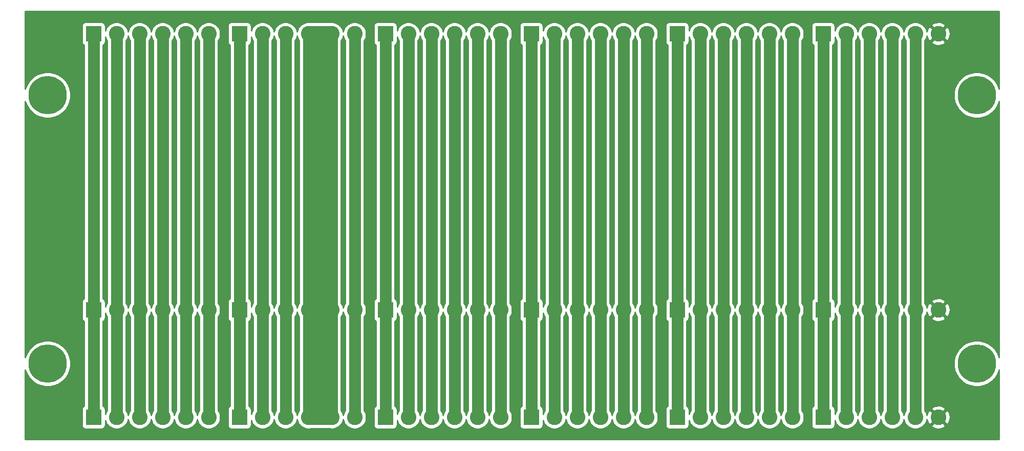
<source format=gbr>
%TF.GenerationSoftware,KiCad,Pcbnew,(5.1.6)-1*%
%TF.CreationDate,2020-11-26T15:33:50-08:00*%
%TF.ProjectId,Test Engine Breakout Board,54657374-2045-46e6-9769-6e6520427265,rev?*%
%TF.SameCoordinates,Original*%
%TF.FileFunction,Copper,L1,Top*%
%TF.FilePolarity,Positive*%
%FSLAX46Y46*%
G04 Gerber Fmt 4.6, Leading zero omitted, Abs format (unit mm)*
G04 Created by KiCad (PCBNEW (5.1.6)-1) date 2020-11-26 15:33:50*
%MOMM*%
%LPD*%
G01*
G04 APERTURE LIST*
%TA.AperFunction,ComponentPad*%
%ADD10C,2.999994*%
%TD*%
%TA.AperFunction,ComponentPad*%
%ADD11C,6.350000*%
%TD*%
%TA.AperFunction,ComponentPad*%
%ADD12R,2.600000X2.600000*%
%TD*%
%TA.AperFunction,ComponentPad*%
%ADD13C,2.600000*%
%TD*%
%TA.AperFunction,ViaPad*%
%ADD14C,0.800000*%
%TD*%
%TA.AperFunction,Conductor*%
%ADD15C,1.905000*%
%TD*%
%TA.AperFunction,Conductor*%
%ADD16C,2.540000*%
%TD*%
%TA.AperFunction,Conductor*%
%ADD17C,0.254000*%
%TD*%
G04 APERTURE END LIST*
D10*
%TO.P,REF\u002A\u002A,4*%
%TO.N,/Z12*%
X108585000Y-104140000D03*
%TD*%
%TO.P,REF\u002A\u002A,3*%
%TO.N,/Z12*%
X108585000Y-99060000D03*
%TD*%
%TO.P,REF\u002A\u002A,2*%
%TO.N,/Z12*%
X108585000Y-86360000D03*
%TD*%
%TO.P,REF\u002A\u002A,1*%
%TO.N,/Z12*%
X108585000Y-53975000D03*
%TD*%
D11*
%TO.P,REF\u002A\u002A,1*%
%TO.N,N/C*%
X63500000Y-57150000D03*
%TD*%
%TO.P,REF\u002A\u002A,1*%
%TO.N,N/C*%
X63500000Y-101600000D03*
%TD*%
%TO.P,REF\u002A\u002A,1*%
%TO.N,N/C*%
X217170000Y-101600000D03*
%TD*%
%TO.P,REF\u002A\u002A,1*%
%TO.N,N/C*%
X217170000Y-57150000D03*
%TD*%
D12*
%TO.P,J1,1*%
%TO.N,/Spare1*%
X71120000Y-46990000D03*
D13*
%TO.P,J1,5*%
%TO.N,/A14*%
X86360000Y-46990000D03*
%TO.P,J1,4*%
%TO.N,/K2*%
X82550000Y-46990000D03*
%TO.P,J1,2*%
%TO.N,/Spare2*%
X74930000Y-46990000D03*
%TO.P,J1,3*%
%TO.N,/K1*%
X78740000Y-46990000D03*
%TO.P,J1,6*%
%TO.N,/K4*%
X90170000Y-46990000D03*
%TD*%
%TO.P,J2,6*%
%TO.N,/K113*%
X114300000Y-46990000D03*
%TO.P,J2,3*%
%TO.N,/F18*%
X102870000Y-46990000D03*
%TO.P,J2,2*%
%TO.N,/K7*%
X99060000Y-46990000D03*
%TO.P,J2,4*%
%TO.N,/Z12*%
X106680000Y-46990000D03*
%TO.P,J2,5*%
X110490000Y-46990000D03*
D12*
%TO.P,J2,1*%
%TO.N,/K6*%
X95250000Y-46990000D03*
%TD*%
%TO.P,J3,1*%
%TO.N,/K114*%
X119380000Y-46990000D03*
D13*
%TO.P,J3,5*%
%TO.N,/K43*%
X134620000Y-46990000D03*
%TO.P,J3,4*%
%TO.N,/K18*%
X130810000Y-46990000D03*
%TO.P,J3,2*%
%TO.N,/K115*%
X123190000Y-46990000D03*
%TO.P,J3,3*%
%TO.N,/K116*%
X127000000Y-46990000D03*
%TO.P,J3,6*%
%TO.N,/K19*%
X138430000Y-46990000D03*
%TD*%
%TO.P,J4,6*%
%TO.N,/K39*%
X162560000Y-46990000D03*
%TO.P,J4,3*%
%TO.N,/K22*%
X151130000Y-46990000D03*
%TO.P,J4,2*%
%TO.N,/K21*%
X147320000Y-46990000D03*
%TO.P,J4,4*%
%TO.N,/K141*%
X154940000Y-46990000D03*
%TO.P,J4,5*%
%TO.N,/K24*%
X158750000Y-46990000D03*
D12*
%TO.P,J4,1*%
%TO.N,/K20*%
X143510000Y-46990000D03*
%TD*%
%TO.P,J5,1*%
%TO.N,/K40*%
X167640000Y-46990000D03*
D13*
%TO.P,J5,5*%
%TO.N,/K51*%
X182880000Y-46990000D03*
%TO.P,J5,4*%
%TO.N,/K44*%
X179070000Y-46990000D03*
%TO.P,J5,2*%
%TO.N,/K41*%
X171450000Y-46990000D03*
%TO.P,J5,3*%
%TO.N,/G21*%
X175260000Y-46990000D03*
%TO.P,J5,6*%
%TO.N,/A142*%
X186690000Y-46990000D03*
%TD*%
%TO.P,J6,6*%
%TO.N,GND*%
X210820000Y-46990000D03*
%TO.P,J6,3*%
%TO.N,/K60*%
X199390000Y-46990000D03*
%TO.P,J6,2*%
%TO.N,/K59*%
X195580000Y-46990000D03*
%TO.P,J6,4*%
%TO.N,/Spare3*%
X203200000Y-46990000D03*
%TO.P,J6,5*%
%TO.N,/Spare4*%
X207010000Y-46990000D03*
D12*
%TO.P,J6,1*%
%TO.N,/K158*%
X191770000Y-46990000D03*
%TD*%
%TO.P,J7,1*%
%TO.N,/Spare1*%
X71120000Y-92710000D03*
D13*
%TO.P,J7,5*%
%TO.N,/A14*%
X86360000Y-92710000D03*
%TO.P,J7,4*%
%TO.N,/K2*%
X82550000Y-92710000D03*
%TO.P,J7,2*%
%TO.N,/Spare2*%
X74930000Y-92710000D03*
%TO.P,J7,3*%
%TO.N,/K1*%
X78740000Y-92710000D03*
%TO.P,J7,6*%
%TO.N,/K4*%
X90170000Y-92710000D03*
%TD*%
%TO.P,J8,6*%
%TO.N,/K113*%
X114300000Y-92710000D03*
%TO.P,J8,3*%
%TO.N,/F18*%
X102870000Y-92710000D03*
%TO.P,J8,2*%
%TO.N,/K7*%
X99060000Y-92710000D03*
%TO.P,J8,4*%
%TO.N,/Z12*%
X106680000Y-92710000D03*
%TO.P,J8,5*%
X110490000Y-92710000D03*
D12*
%TO.P,J8,1*%
%TO.N,/K6*%
X95250000Y-92710000D03*
%TD*%
%TO.P,J9,1*%
%TO.N,/K114*%
X119380000Y-92710000D03*
D13*
%TO.P,J9,5*%
%TO.N,/K43*%
X134620000Y-92710000D03*
%TO.P,J9,4*%
%TO.N,/K18*%
X130810000Y-92710000D03*
%TO.P,J9,2*%
%TO.N,/K115*%
X123190000Y-92710000D03*
%TO.P,J9,3*%
%TO.N,/K116*%
X127000000Y-92710000D03*
%TO.P,J9,6*%
%TO.N,/K19*%
X138430000Y-92710000D03*
%TD*%
D12*
%TO.P,J10,1*%
%TO.N,/K20*%
X143510000Y-92710000D03*
D13*
%TO.P,J10,5*%
%TO.N,/K24*%
X158750000Y-92710000D03*
%TO.P,J10,4*%
%TO.N,/K141*%
X154940000Y-92710000D03*
%TO.P,J10,2*%
%TO.N,/K21*%
X147320000Y-92710000D03*
%TO.P,J10,3*%
%TO.N,/K22*%
X151130000Y-92710000D03*
%TO.P,J10,6*%
%TO.N,/K39*%
X162560000Y-92710000D03*
%TD*%
D12*
%TO.P,J11,1*%
%TO.N,/K40*%
X167640000Y-92710000D03*
D13*
%TO.P,J11,5*%
%TO.N,/K51*%
X182880000Y-92710000D03*
%TO.P,J11,4*%
%TO.N,/K44*%
X179070000Y-92710000D03*
%TO.P,J11,2*%
%TO.N,/K41*%
X171450000Y-92710000D03*
%TO.P,J11,3*%
%TO.N,/G21*%
X175260000Y-92710000D03*
%TO.P,J11,6*%
%TO.N,/A142*%
X186690000Y-92710000D03*
%TD*%
%TO.P,J12,6*%
%TO.N,GND*%
X210820000Y-92710000D03*
%TO.P,J12,3*%
%TO.N,/K60*%
X199390000Y-92710000D03*
%TO.P,J12,2*%
%TO.N,/K59*%
X195580000Y-92710000D03*
%TO.P,J12,4*%
%TO.N,/Spare3*%
X203200000Y-92710000D03*
%TO.P,J12,5*%
%TO.N,/Spare4*%
X207010000Y-92710000D03*
D12*
%TO.P,J12,1*%
%TO.N,/K158*%
X191770000Y-92710000D03*
%TD*%
D13*
%TO.P,J13,6*%
%TO.N,/K4*%
X90170000Y-110490000D03*
%TO.P,J13,3*%
%TO.N,/K1*%
X78740000Y-110490000D03*
%TO.P,J13,2*%
%TO.N,/Spare2*%
X74930000Y-110490000D03*
%TO.P,J13,4*%
%TO.N,/K2*%
X82550000Y-110490000D03*
%TO.P,J13,5*%
%TO.N,/A14*%
X86360000Y-110490000D03*
D12*
%TO.P,J13,1*%
%TO.N,/Spare1*%
X71120000Y-110490000D03*
%TD*%
D13*
%TO.P,J14,6*%
%TO.N,/K113*%
X114300000Y-110490000D03*
%TO.P,J14,3*%
%TO.N,/F18*%
X102870000Y-110490000D03*
%TO.P,J14,2*%
%TO.N,/K7*%
X99060000Y-110490000D03*
%TO.P,J14,4*%
%TO.N,/Z12*%
X106680000Y-110490000D03*
%TO.P,J14,5*%
X110490000Y-110490000D03*
D12*
%TO.P,J14,1*%
%TO.N,/K6*%
X95250000Y-110490000D03*
%TD*%
%TO.P,J15,1*%
%TO.N,/K114*%
X119380000Y-110490000D03*
D13*
%TO.P,J15,5*%
%TO.N,/K43*%
X134620000Y-110490000D03*
%TO.P,J15,4*%
%TO.N,/K18*%
X130810000Y-110490000D03*
%TO.P,J15,2*%
%TO.N,/K115*%
X123190000Y-110490000D03*
%TO.P,J15,3*%
%TO.N,/K116*%
X127000000Y-110490000D03*
%TO.P,J15,6*%
%TO.N,/K19*%
X138430000Y-110490000D03*
%TD*%
%TO.P,J16,6*%
%TO.N,/K39*%
X162560000Y-110490000D03*
%TO.P,J16,3*%
%TO.N,/K22*%
X151130000Y-110490000D03*
%TO.P,J16,2*%
%TO.N,/K21*%
X147320000Y-110490000D03*
%TO.P,J16,4*%
%TO.N,/K141*%
X154940000Y-110490000D03*
%TO.P,J16,5*%
%TO.N,/K24*%
X158750000Y-110490000D03*
D12*
%TO.P,J16,1*%
%TO.N,/K20*%
X143510000Y-110490000D03*
%TD*%
%TO.P,J17,1*%
%TO.N,/K40*%
X167640000Y-110490000D03*
D13*
%TO.P,J17,5*%
%TO.N,/K51*%
X182880000Y-110490000D03*
%TO.P,J17,4*%
%TO.N,/K44*%
X179070000Y-110490000D03*
%TO.P,J17,2*%
%TO.N,/K41*%
X171450000Y-110490000D03*
%TO.P,J17,3*%
%TO.N,/G21*%
X175260000Y-110490000D03*
%TO.P,J17,6*%
%TO.N,/A142*%
X186690000Y-110490000D03*
%TD*%
%TO.P,J18,6*%
%TO.N,GND*%
X210820000Y-110490000D03*
%TO.P,J18,3*%
%TO.N,/K60*%
X199390000Y-110490000D03*
%TO.P,J18,2*%
%TO.N,/K59*%
X195580000Y-110490000D03*
%TO.P,J18,4*%
%TO.N,/Spare3*%
X203200000Y-110490000D03*
%TO.P,J18,5*%
%TO.N,/Spare4*%
X207010000Y-110490000D03*
D12*
%TO.P,J18,1*%
%TO.N,/K158*%
X191770000Y-110490000D03*
%TD*%
D14*
%TO.N,GND*%
X73025000Y-52070000D03*
X76835000Y-52070000D03*
X76835000Y-87630000D03*
X73025000Y-97790000D03*
X73025000Y-105410000D03*
X76835000Y-97790000D03*
X76835000Y-105410000D03*
X80645000Y-97790000D03*
X80645000Y-105410000D03*
X84455000Y-105410000D03*
X88265000Y-105410000D03*
X97155000Y-105410000D03*
X100965000Y-105410000D03*
X121285000Y-105410000D03*
X125095000Y-105410000D03*
X128905000Y-105410000D03*
X132715000Y-105410000D03*
X136525000Y-105410000D03*
X145415000Y-105410000D03*
X149225000Y-105410000D03*
X153035000Y-105410000D03*
X156845000Y-105410000D03*
X160655000Y-105410000D03*
X169545000Y-105410000D03*
X173355000Y-105410000D03*
X177165000Y-105410000D03*
X180975000Y-105410000D03*
X184785000Y-105410000D03*
X193675000Y-105410000D03*
X197485000Y-105410000D03*
X201295000Y-105410000D03*
X205105000Y-105410000D03*
X205105000Y-97790000D03*
X201295000Y-97790000D03*
X197485000Y-97790000D03*
X193675000Y-97790000D03*
X184785000Y-97790000D03*
X180975000Y-97790000D03*
X177165000Y-97790000D03*
X173355000Y-97790000D03*
X169545000Y-97790000D03*
X160655000Y-97790000D03*
X156845000Y-97790000D03*
X153035000Y-97790000D03*
X149225000Y-97790000D03*
X145415000Y-97790000D03*
X136525000Y-97790000D03*
X132715000Y-97790000D03*
X128905000Y-97790000D03*
X125095000Y-97790000D03*
X121285000Y-97790000D03*
X100965000Y-97790000D03*
X97155000Y-97790000D03*
X88265000Y-97790000D03*
X84455000Y-97790000D03*
X80645000Y-87630000D03*
X84455000Y-87630000D03*
X88265000Y-87630000D03*
X97155000Y-87630000D03*
X100965000Y-87630000D03*
X121285000Y-87630000D03*
X125095000Y-87630000D03*
X128905000Y-87630000D03*
X132715000Y-87630000D03*
X136525000Y-87630000D03*
X145415000Y-87630000D03*
X149225000Y-87630000D03*
X153035000Y-87630000D03*
X156845000Y-87630000D03*
X160655000Y-87630000D03*
X169545000Y-87630000D03*
X173355000Y-87630000D03*
X177165000Y-87630000D03*
X180975000Y-87630000D03*
X184785000Y-87630000D03*
X193675000Y-87630000D03*
X197485000Y-87630000D03*
X201295000Y-87630000D03*
X205105000Y-87630000D03*
X80645000Y-52070000D03*
X84455000Y-52070000D03*
X88265000Y-52070000D03*
X97155000Y-52070000D03*
X100965000Y-52070000D03*
X121285000Y-52070000D03*
X125095000Y-52070000D03*
X128905000Y-52070000D03*
X132715000Y-52070000D03*
X136525000Y-52070000D03*
X145415000Y-52070000D03*
X149225000Y-52070000D03*
X153035000Y-52070000D03*
X156845000Y-52070000D03*
X160655000Y-52070000D03*
X169545000Y-52070000D03*
X173355000Y-52070000D03*
X177165000Y-52070000D03*
X180975000Y-52070000D03*
X184785000Y-52070000D03*
X193675000Y-52070000D03*
X197485000Y-52070000D03*
X201295000Y-52070000D03*
X205105000Y-52070000D03*
X104775000Y-87630000D03*
X112395000Y-87630000D03*
X112395000Y-97790000D03*
X104775000Y-97790000D03*
X104775000Y-105410000D03*
X112395000Y-105410000D03*
X104775000Y-52070000D03*
X112395000Y-52070000D03*
%TD*%
D15*
%TO.N,/Spare1*%
X71120000Y-46990000D02*
X71120000Y-92710000D01*
X71120000Y-92710000D02*
X71120000Y-110490000D01*
%TO.N,/A14*%
X86360000Y-46990000D02*
X86360000Y-92710000D01*
X86360000Y-92710000D02*
X86360000Y-110490000D01*
%TO.N,/K2*%
X82550000Y-46990000D02*
X82550000Y-92710000D01*
X82550000Y-92710000D02*
X82550000Y-110490000D01*
%TO.N,/Spare2*%
X74930000Y-46990000D02*
X74930000Y-92710000D01*
X74930000Y-92710000D02*
X74930000Y-110490000D01*
%TO.N,/K1*%
X78740000Y-46990000D02*
X78740000Y-92710000D01*
X78740000Y-92710000D02*
X78740000Y-110490000D01*
%TO.N,/K4*%
X90170000Y-48828477D02*
X90170000Y-92710000D01*
X90170000Y-46990000D02*
X90170000Y-48828477D01*
X90170000Y-92710000D02*
X90170000Y-110490000D01*
%TO.N,/K113*%
X114300000Y-46990000D02*
X114300000Y-92710000D01*
X114300000Y-92710000D02*
X114300000Y-110490000D01*
%TO.N,/F18*%
X102870000Y-46990000D02*
X102870000Y-92710000D01*
X102870000Y-92710000D02*
X102870000Y-110490000D01*
%TO.N,/K7*%
X99060000Y-46990000D02*
X99060000Y-92710000D01*
X99060000Y-92710000D02*
X99060000Y-110490000D01*
%TO.N,/Z12*%
X106680000Y-92710000D02*
X106680000Y-110490000D01*
X110490000Y-110490000D02*
X110490000Y-92710000D01*
X106680000Y-46990000D02*
X106680000Y-92710000D01*
D16*
X108648500Y-92646500D02*
X108712000Y-92710000D01*
X108648500Y-46990000D02*
X108648500Y-92646500D01*
X106680000Y-46990000D02*
X108648500Y-46990000D01*
X108648500Y-46990000D02*
X110490000Y-46990000D01*
X106680000Y-92710000D02*
X108712000Y-92710000D01*
X108712000Y-92710000D02*
X110490000Y-92710000D01*
X106680000Y-110490000D02*
X108648500Y-110490000D01*
X108648500Y-92646500D02*
X108648500Y-110490000D01*
X108648500Y-110490000D02*
X110490000Y-110490000D01*
D15*
X110490000Y-46990000D02*
X110490000Y-92710000D01*
%TO.N,/K6*%
X95250000Y-110490000D02*
X95250000Y-92710000D01*
X95250000Y-92710000D02*
X95250000Y-46990000D01*
%TO.N,/K114*%
X119380000Y-46990000D02*
X119380000Y-92710000D01*
X119380000Y-92710000D02*
X119380000Y-110490000D01*
%TO.N,/K43*%
X134620000Y-46990000D02*
X134620000Y-92710000D01*
X134620000Y-92710000D02*
X134620000Y-110490000D01*
%TO.N,/K18*%
X130810000Y-46990000D02*
X130810000Y-92710000D01*
X130810000Y-92710000D02*
X130810000Y-110490000D01*
%TO.N,/K115*%
X123190000Y-46990000D02*
X123190000Y-92710000D01*
X123190000Y-92710000D02*
X123190000Y-110490000D01*
%TO.N,/K116*%
X127000000Y-46990000D02*
X127000000Y-92710000D01*
X127000000Y-92710000D02*
X127000000Y-110490000D01*
%TO.N,/K19*%
X138430000Y-46990000D02*
X138430000Y-92710000D01*
X138430000Y-92710000D02*
X138430000Y-110490000D01*
%TO.N,/K39*%
X162560000Y-46990000D02*
X162560000Y-92710000D01*
X162560000Y-92710000D02*
X162560000Y-110490000D01*
%TO.N,/K22*%
X151130000Y-46990000D02*
X151130000Y-92710000D01*
X151130000Y-92710000D02*
X151130000Y-110490000D01*
%TO.N,/K21*%
X147320000Y-46990000D02*
X147320000Y-92710000D01*
X147320000Y-92710000D02*
X147320000Y-110490000D01*
%TO.N,/K141*%
X154940000Y-46990000D02*
X154940000Y-92710000D01*
X154940000Y-92710000D02*
X154940000Y-110490000D01*
%TO.N,/K24*%
X158750000Y-46990000D02*
X158750000Y-92710000D01*
X158750000Y-92710000D02*
X158750000Y-110490000D01*
%TO.N,/K20*%
X143510000Y-46990000D02*
X143510000Y-92710000D01*
X143510000Y-92710000D02*
X143510000Y-110490000D01*
%TO.N,/K40*%
X167640000Y-46990000D02*
X167640000Y-92710000D01*
X167640000Y-92710000D02*
X167640000Y-110490000D01*
%TO.N,/K51*%
X182880000Y-46990000D02*
X182880000Y-92710000D01*
X182880000Y-92710000D02*
X182880000Y-110490000D01*
%TO.N,/K44*%
X179070000Y-48828477D02*
X179070000Y-92710000D01*
X179070000Y-46990000D02*
X179070000Y-48828477D01*
X179070000Y-92710000D02*
X179070000Y-110490000D01*
%TO.N,/K41*%
X171450000Y-46990000D02*
X171450000Y-92710000D01*
X171450000Y-92710000D02*
X171450000Y-110490000D01*
%TO.N,/G21*%
X175260000Y-46990000D02*
X175260000Y-92710000D01*
X175260000Y-110490000D02*
X175260000Y-92710000D01*
%TO.N,/A142*%
X186690000Y-48828477D02*
X186690000Y-92710000D01*
X186690000Y-46990000D02*
X186690000Y-48828477D01*
X186690000Y-92710000D02*
X186690000Y-110490000D01*
%TO.N,/K60*%
X199390000Y-48828477D02*
X199390000Y-92710000D01*
X199390000Y-46990000D02*
X199390000Y-48828477D01*
X199390000Y-92710000D02*
X199390000Y-110490000D01*
%TO.N,/K59*%
X195580000Y-46990000D02*
X195580000Y-92710000D01*
X195580000Y-92710000D02*
X195580000Y-110490000D01*
%TO.N,/Spare3*%
X203200000Y-46990000D02*
X203200000Y-92710000D01*
X203200000Y-92710000D02*
X203200000Y-110490000D01*
%TO.N,/Spare4*%
X207010000Y-48828477D02*
X207010000Y-92710000D01*
X207010000Y-46990000D02*
X207010000Y-48828477D01*
X207010000Y-92710000D02*
X207010000Y-110490000D01*
%TO.N,/K158*%
X191770000Y-46990000D02*
X191770000Y-92710000D01*
X191770000Y-92710000D02*
X191770000Y-110490000D01*
%TD*%
D17*
%TO.N,GND*%
G36*
X220853000Y-56136275D02*
G01*
X220833584Y-56038664D01*
X220546378Y-55345288D01*
X220129420Y-54721267D01*
X219598733Y-54190580D01*
X218974712Y-53773622D01*
X218281336Y-53486416D01*
X217545252Y-53340000D01*
X216794748Y-53340000D01*
X216058664Y-53486416D01*
X215365288Y-53773622D01*
X214741267Y-54190580D01*
X214210580Y-54721267D01*
X213793622Y-55345288D01*
X213506416Y-56038664D01*
X213360000Y-56774748D01*
X213360000Y-57525252D01*
X213506416Y-58261336D01*
X213793622Y-58954712D01*
X214210580Y-59578733D01*
X214741267Y-60109420D01*
X215365288Y-60526378D01*
X216058664Y-60813584D01*
X216794748Y-60960000D01*
X217545252Y-60960000D01*
X218281336Y-60813584D01*
X218974712Y-60526378D01*
X219598733Y-60109420D01*
X220129420Y-59578733D01*
X220546378Y-58954712D01*
X220833584Y-58261336D01*
X220853000Y-58163725D01*
X220853000Y-100586275D01*
X220833584Y-100488664D01*
X220546378Y-99795288D01*
X220129420Y-99171267D01*
X219598733Y-98640580D01*
X218974712Y-98223622D01*
X218281336Y-97936416D01*
X217545252Y-97790000D01*
X216794748Y-97790000D01*
X216058664Y-97936416D01*
X215365288Y-98223622D01*
X214741267Y-98640580D01*
X214210580Y-99171267D01*
X213793622Y-99795288D01*
X213506416Y-100488664D01*
X213360000Y-101224748D01*
X213360000Y-101975252D01*
X213506416Y-102711336D01*
X213793622Y-103404712D01*
X214210580Y-104028733D01*
X214741267Y-104559420D01*
X215365288Y-104976378D01*
X216058664Y-105263584D01*
X216794748Y-105410000D01*
X217545252Y-105410000D01*
X218281336Y-105263584D01*
X218974712Y-104976378D01*
X219598733Y-104559420D01*
X220129420Y-104028733D01*
X220546378Y-103404712D01*
X220833584Y-102711336D01*
X220853000Y-102613725D01*
X220853000Y-114173000D01*
X59817000Y-114173000D01*
X59817000Y-102613725D01*
X59836416Y-102711336D01*
X60123622Y-103404712D01*
X60540580Y-104028733D01*
X61071267Y-104559420D01*
X61695288Y-104976378D01*
X62388664Y-105263584D01*
X63124748Y-105410000D01*
X63875252Y-105410000D01*
X64611336Y-105263584D01*
X65304712Y-104976378D01*
X65928733Y-104559420D01*
X66459420Y-104028733D01*
X66876378Y-103404712D01*
X67163584Y-102711336D01*
X67310000Y-101975252D01*
X67310000Y-101224748D01*
X67163584Y-100488664D01*
X66876378Y-99795288D01*
X66459420Y-99171267D01*
X65928733Y-98640580D01*
X65304712Y-98223622D01*
X64611336Y-97936416D01*
X63875252Y-97790000D01*
X63124748Y-97790000D01*
X62388664Y-97936416D01*
X61695288Y-98223622D01*
X61071267Y-98640580D01*
X60540580Y-99171267D01*
X60123622Y-99795288D01*
X59836416Y-100488664D01*
X59817000Y-100586275D01*
X59817000Y-58163725D01*
X59836416Y-58261336D01*
X60123622Y-58954712D01*
X60540580Y-59578733D01*
X61071267Y-60109420D01*
X61695288Y-60526378D01*
X62388664Y-60813584D01*
X63124748Y-60960000D01*
X63875252Y-60960000D01*
X64611336Y-60813584D01*
X65304712Y-60526378D01*
X65928733Y-60109420D01*
X66459420Y-59578733D01*
X66876378Y-58954712D01*
X67163584Y-58261336D01*
X67310000Y-57525252D01*
X67310000Y-56774748D01*
X67163584Y-56038664D01*
X66876378Y-55345288D01*
X66459420Y-54721267D01*
X65928733Y-54190580D01*
X65304712Y-53773622D01*
X64611336Y-53486416D01*
X63875252Y-53340000D01*
X63124748Y-53340000D01*
X62388664Y-53486416D01*
X61695288Y-53773622D01*
X61071267Y-54190580D01*
X60540580Y-54721267D01*
X60123622Y-55345288D01*
X59836416Y-56038664D01*
X59817000Y-56136275D01*
X59817000Y-45690000D01*
X69181928Y-45690000D01*
X69181928Y-48290000D01*
X69194188Y-48414482D01*
X69230498Y-48534180D01*
X69289463Y-48644494D01*
X69368815Y-48741185D01*
X69465506Y-48820537D01*
X69532500Y-48856347D01*
X69532501Y-90843653D01*
X69465506Y-90879463D01*
X69368815Y-90958815D01*
X69289463Y-91055506D01*
X69230498Y-91165820D01*
X69194188Y-91285518D01*
X69181928Y-91410000D01*
X69181928Y-94010000D01*
X69194188Y-94134482D01*
X69230498Y-94254180D01*
X69289463Y-94364494D01*
X69368815Y-94461185D01*
X69465506Y-94540537D01*
X69532500Y-94576347D01*
X69532501Y-108623653D01*
X69465506Y-108659463D01*
X69368815Y-108738815D01*
X69289463Y-108835506D01*
X69230498Y-108945820D01*
X69194188Y-109065518D01*
X69181928Y-109190000D01*
X69181928Y-111790000D01*
X69194188Y-111914482D01*
X69230498Y-112034180D01*
X69289463Y-112144494D01*
X69368815Y-112241185D01*
X69465506Y-112320537D01*
X69575820Y-112379502D01*
X69695518Y-112415812D01*
X69820000Y-112428072D01*
X72420000Y-112428072D01*
X72544482Y-112415812D01*
X72664180Y-112379502D01*
X72774494Y-112320537D01*
X72871185Y-112241185D01*
X72950537Y-112144494D01*
X73009502Y-112034180D01*
X73045812Y-111914482D01*
X73058072Y-111790000D01*
X73058072Y-110997665D01*
X73069361Y-111054419D01*
X73215225Y-111406566D01*
X73426987Y-111723491D01*
X73696509Y-111993013D01*
X74013434Y-112204775D01*
X74365581Y-112350639D01*
X74739419Y-112425000D01*
X75120581Y-112425000D01*
X75494419Y-112350639D01*
X75846566Y-112204775D01*
X76163491Y-111993013D01*
X76433013Y-111723491D01*
X76644775Y-111406566D01*
X76790639Y-111054419D01*
X76835000Y-110831401D01*
X76879361Y-111054419D01*
X77025225Y-111406566D01*
X77236987Y-111723491D01*
X77506509Y-111993013D01*
X77823434Y-112204775D01*
X78175581Y-112350639D01*
X78549419Y-112425000D01*
X78930581Y-112425000D01*
X79304419Y-112350639D01*
X79656566Y-112204775D01*
X79973491Y-111993013D01*
X80243013Y-111723491D01*
X80454775Y-111406566D01*
X80600639Y-111054419D01*
X80645000Y-110831401D01*
X80689361Y-111054419D01*
X80835225Y-111406566D01*
X81046987Y-111723491D01*
X81316509Y-111993013D01*
X81633434Y-112204775D01*
X81985581Y-112350639D01*
X82359419Y-112425000D01*
X82740581Y-112425000D01*
X83114419Y-112350639D01*
X83466566Y-112204775D01*
X83783491Y-111993013D01*
X84053013Y-111723491D01*
X84264775Y-111406566D01*
X84410639Y-111054419D01*
X84455000Y-110831401D01*
X84499361Y-111054419D01*
X84645225Y-111406566D01*
X84856987Y-111723491D01*
X85126509Y-111993013D01*
X85443434Y-112204775D01*
X85795581Y-112350639D01*
X86169419Y-112425000D01*
X86550581Y-112425000D01*
X86924419Y-112350639D01*
X87276566Y-112204775D01*
X87593491Y-111993013D01*
X87863013Y-111723491D01*
X88074775Y-111406566D01*
X88220639Y-111054419D01*
X88265000Y-110831401D01*
X88309361Y-111054419D01*
X88455225Y-111406566D01*
X88666987Y-111723491D01*
X88936509Y-111993013D01*
X89253434Y-112204775D01*
X89605581Y-112350639D01*
X89979419Y-112425000D01*
X90360581Y-112425000D01*
X90734419Y-112350639D01*
X91086566Y-112204775D01*
X91403491Y-111993013D01*
X91673013Y-111723491D01*
X91884775Y-111406566D01*
X92030639Y-111054419D01*
X92105000Y-110680581D01*
X92105000Y-110299419D01*
X92030639Y-109925581D01*
X91884775Y-109573434D01*
X91757500Y-109382953D01*
X91757500Y-93817047D01*
X91884775Y-93626566D01*
X92030639Y-93274419D01*
X92105000Y-92900581D01*
X92105000Y-92519419D01*
X92030639Y-92145581D01*
X91884775Y-91793434D01*
X91757500Y-91602953D01*
X91757500Y-48097047D01*
X91884775Y-47906566D01*
X92030639Y-47554419D01*
X92105000Y-47180581D01*
X92105000Y-46799419D01*
X92030639Y-46425581D01*
X91884775Y-46073434D01*
X91673013Y-45756509D01*
X91606504Y-45690000D01*
X93311928Y-45690000D01*
X93311928Y-48290000D01*
X93324188Y-48414482D01*
X93360498Y-48534180D01*
X93419463Y-48644494D01*
X93498815Y-48741185D01*
X93595506Y-48820537D01*
X93662501Y-48856347D01*
X93662500Y-90843653D01*
X93595506Y-90879463D01*
X93498815Y-90958815D01*
X93419463Y-91055506D01*
X93360498Y-91165820D01*
X93324188Y-91285518D01*
X93311928Y-91410000D01*
X93311928Y-94010000D01*
X93324188Y-94134482D01*
X93360498Y-94254180D01*
X93419463Y-94364494D01*
X93498815Y-94461185D01*
X93595506Y-94540537D01*
X93662501Y-94576347D01*
X93662500Y-108623653D01*
X93595506Y-108659463D01*
X93498815Y-108738815D01*
X93419463Y-108835506D01*
X93360498Y-108945820D01*
X93324188Y-109065518D01*
X93311928Y-109190000D01*
X93311928Y-111790000D01*
X93324188Y-111914482D01*
X93360498Y-112034180D01*
X93419463Y-112144494D01*
X93498815Y-112241185D01*
X93595506Y-112320537D01*
X93705820Y-112379502D01*
X93825518Y-112415812D01*
X93950000Y-112428072D01*
X96550000Y-112428072D01*
X96674482Y-112415812D01*
X96794180Y-112379502D01*
X96904494Y-112320537D01*
X97001185Y-112241185D01*
X97080537Y-112144494D01*
X97139502Y-112034180D01*
X97175812Y-111914482D01*
X97188072Y-111790000D01*
X97188072Y-110997665D01*
X97199361Y-111054419D01*
X97345225Y-111406566D01*
X97556987Y-111723491D01*
X97826509Y-111993013D01*
X98143434Y-112204775D01*
X98495581Y-112350639D01*
X98869419Y-112425000D01*
X99250581Y-112425000D01*
X99624419Y-112350639D01*
X99976566Y-112204775D01*
X100293491Y-111993013D01*
X100563013Y-111723491D01*
X100774775Y-111406566D01*
X100920639Y-111054419D01*
X100965000Y-110831401D01*
X101009361Y-111054419D01*
X101155225Y-111406566D01*
X101366987Y-111723491D01*
X101636509Y-111993013D01*
X101953434Y-112204775D01*
X102305581Y-112350639D01*
X102679419Y-112425000D01*
X103060581Y-112425000D01*
X103434419Y-112350639D01*
X103786566Y-112204775D01*
X104103491Y-111993013D01*
X104373013Y-111723491D01*
X104584775Y-111406566D01*
X104730639Y-111054419D01*
X104775000Y-110831401D01*
X104819361Y-111054419D01*
X104965225Y-111406566D01*
X105176987Y-111723491D01*
X105446509Y-111993013D01*
X105763434Y-112204775D01*
X106115581Y-112350639D01*
X106489419Y-112425000D01*
X106870581Y-112425000D01*
X107021401Y-112395000D01*
X108554918Y-112395000D01*
X108648500Y-112404217D01*
X108742082Y-112395000D01*
X110148599Y-112395000D01*
X110299419Y-112425000D01*
X110680581Y-112425000D01*
X111054419Y-112350639D01*
X111406566Y-112204775D01*
X111723491Y-111993013D01*
X111993013Y-111723491D01*
X112204775Y-111406566D01*
X112350639Y-111054419D01*
X112395000Y-110831401D01*
X112439361Y-111054419D01*
X112585225Y-111406566D01*
X112796987Y-111723491D01*
X113066509Y-111993013D01*
X113383434Y-112204775D01*
X113735581Y-112350639D01*
X114109419Y-112425000D01*
X114490581Y-112425000D01*
X114864419Y-112350639D01*
X115216566Y-112204775D01*
X115533491Y-111993013D01*
X115803013Y-111723491D01*
X116014775Y-111406566D01*
X116160639Y-111054419D01*
X116235000Y-110680581D01*
X116235000Y-110299419D01*
X116160639Y-109925581D01*
X116014775Y-109573434D01*
X115887500Y-109382953D01*
X115887500Y-93817047D01*
X116014775Y-93626566D01*
X116160639Y-93274419D01*
X116235000Y-92900581D01*
X116235000Y-92519419D01*
X116160639Y-92145581D01*
X116014775Y-91793434D01*
X115887500Y-91602953D01*
X115887500Y-48097047D01*
X116014775Y-47906566D01*
X116160639Y-47554419D01*
X116235000Y-47180581D01*
X116235000Y-46799419D01*
X116160639Y-46425581D01*
X116014775Y-46073434D01*
X115803013Y-45756509D01*
X115736504Y-45690000D01*
X117441928Y-45690000D01*
X117441928Y-48290000D01*
X117454188Y-48414482D01*
X117490498Y-48534180D01*
X117549463Y-48644494D01*
X117628815Y-48741185D01*
X117725506Y-48820537D01*
X117792500Y-48856347D01*
X117792501Y-90843653D01*
X117725506Y-90879463D01*
X117628815Y-90958815D01*
X117549463Y-91055506D01*
X117490498Y-91165820D01*
X117454188Y-91285518D01*
X117441928Y-91410000D01*
X117441928Y-94010000D01*
X117454188Y-94134482D01*
X117490498Y-94254180D01*
X117549463Y-94364494D01*
X117628815Y-94461185D01*
X117725506Y-94540537D01*
X117792500Y-94576347D01*
X117792501Y-108623653D01*
X117725506Y-108659463D01*
X117628815Y-108738815D01*
X117549463Y-108835506D01*
X117490498Y-108945820D01*
X117454188Y-109065518D01*
X117441928Y-109190000D01*
X117441928Y-111790000D01*
X117454188Y-111914482D01*
X117490498Y-112034180D01*
X117549463Y-112144494D01*
X117628815Y-112241185D01*
X117725506Y-112320537D01*
X117835820Y-112379502D01*
X117955518Y-112415812D01*
X118080000Y-112428072D01*
X120680000Y-112428072D01*
X120804482Y-112415812D01*
X120924180Y-112379502D01*
X121034494Y-112320537D01*
X121131185Y-112241185D01*
X121210537Y-112144494D01*
X121269502Y-112034180D01*
X121305812Y-111914482D01*
X121318072Y-111790000D01*
X121318072Y-110997665D01*
X121329361Y-111054419D01*
X121475225Y-111406566D01*
X121686987Y-111723491D01*
X121956509Y-111993013D01*
X122273434Y-112204775D01*
X122625581Y-112350639D01*
X122999419Y-112425000D01*
X123380581Y-112425000D01*
X123754419Y-112350639D01*
X124106566Y-112204775D01*
X124423491Y-111993013D01*
X124693013Y-111723491D01*
X124904775Y-111406566D01*
X125050639Y-111054419D01*
X125095000Y-110831401D01*
X125139361Y-111054419D01*
X125285225Y-111406566D01*
X125496987Y-111723491D01*
X125766509Y-111993013D01*
X126083434Y-112204775D01*
X126435581Y-112350639D01*
X126809419Y-112425000D01*
X127190581Y-112425000D01*
X127564419Y-112350639D01*
X127916566Y-112204775D01*
X128233491Y-111993013D01*
X128503013Y-111723491D01*
X128714775Y-111406566D01*
X128860639Y-111054419D01*
X128905000Y-110831401D01*
X128949361Y-111054419D01*
X129095225Y-111406566D01*
X129306987Y-111723491D01*
X129576509Y-111993013D01*
X129893434Y-112204775D01*
X130245581Y-112350639D01*
X130619419Y-112425000D01*
X131000581Y-112425000D01*
X131374419Y-112350639D01*
X131726566Y-112204775D01*
X132043491Y-111993013D01*
X132313013Y-111723491D01*
X132524775Y-111406566D01*
X132670639Y-111054419D01*
X132715000Y-110831401D01*
X132759361Y-111054419D01*
X132905225Y-111406566D01*
X133116987Y-111723491D01*
X133386509Y-111993013D01*
X133703434Y-112204775D01*
X134055581Y-112350639D01*
X134429419Y-112425000D01*
X134810581Y-112425000D01*
X135184419Y-112350639D01*
X135536566Y-112204775D01*
X135853491Y-111993013D01*
X136123013Y-111723491D01*
X136334775Y-111406566D01*
X136480639Y-111054419D01*
X136525000Y-110831401D01*
X136569361Y-111054419D01*
X136715225Y-111406566D01*
X136926987Y-111723491D01*
X137196509Y-111993013D01*
X137513434Y-112204775D01*
X137865581Y-112350639D01*
X138239419Y-112425000D01*
X138620581Y-112425000D01*
X138994419Y-112350639D01*
X139346566Y-112204775D01*
X139663491Y-111993013D01*
X139933013Y-111723491D01*
X140144775Y-111406566D01*
X140290639Y-111054419D01*
X140365000Y-110680581D01*
X140365000Y-110299419D01*
X140290639Y-109925581D01*
X140144775Y-109573434D01*
X140017500Y-109382953D01*
X140017500Y-93817047D01*
X140144775Y-93626566D01*
X140290639Y-93274419D01*
X140365000Y-92900581D01*
X140365000Y-92519419D01*
X140290639Y-92145581D01*
X140144775Y-91793434D01*
X140017500Y-91602953D01*
X140017500Y-48097047D01*
X140144775Y-47906566D01*
X140290639Y-47554419D01*
X140365000Y-47180581D01*
X140365000Y-46799419D01*
X140290639Y-46425581D01*
X140144775Y-46073434D01*
X139933013Y-45756509D01*
X139866504Y-45690000D01*
X141571928Y-45690000D01*
X141571928Y-48290000D01*
X141584188Y-48414482D01*
X141620498Y-48534180D01*
X141679463Y-48644494D01*
X141758815Y-48741185D01*
X141855506Y-48820537D01*
X141922500Y-48856347D01*
X141922501Y-90843653D01*
X141855506Y-90879463D01*
X141758815Y-90958815D01*
X141679463Y-91055506D01*
X141620498Y-91165820D01*
X141584188Y-91285518D01*
X141571928Y-91410000D01*
X141571928Y-94010000D01*
X141584188Y-94134482D01*
X141620498Y-94254180D01*
X141679463Y-94364494D01*
X141758815Y-94461185D01*
X141855506Y-94540537D01*
X141922500Y-94576347D01*
X141922501Y-108623653D01*
X141855506Y-108659463D01*
X141758815Y-108738815D01*
X141679463Y-108835506D01*
X141620498Y-108945820D01*
X141584188Y-109065518D01*
X141571928Y-109190000D01*
X141571928Y-111790000D01*
X141584188Y-111914482D01*
X141620498Y-112034180D01*
X141679463Y-112144494D01*
X141758815Y-112241185D01*
X141855506Y-112320537D01*
X141965820Y-112379502D01*
X142085518Y-112415812D01*
X142210000Y-112428072D01*
X144810000Y-112428072D01*
X144934482Y-112415812D01*
X145054180Y-112379502D01*
X145164494Y-112320537D01*
X145261185Y-112241185D01*
X145340537Y-112144494D01*
X145399502Y-112034180D01*
X145435812Y-111914482D01*
X145448072Y-111790000D01*
X145448072Y-110997665D01*
X145459361Y-111054419D01*
X145605225Y-111406566D01*
X145816987Y-111723491D01*
X146086509Y-111993013D01*
X146403434Y-112204775D01*
X146755581Y-112350639D01*
X147129419Y-112425000D01*
X147510581Y-112425000D01*
X147884419Y-112350639D01*
X148236566Y-112204775D01*
X148553491Y-111993013D01*
X148823013Y-111723491D01*
X149034775Y-111406566D01*
X149180639Y-111054419D01*
X149225000Y-110831401D01*
X149269361Y-111054419D01*
X149415225Y-111406566D01*
X149626987Y-111723491D01*
X149896509Y-111993013D01*
X150213434Y-112204775D01*
X150565581Y-112350639D01*
X150939419Y-112425000D01*
X151320581Y-112425000D01*
X151694419Y-112350639D01*
X152046566Y-112204775D01*
X152363491Y-111993013D01*
X152633013Y-111723491D01*
X152844775Y-111406566D01*
X152990639Y-111054419D01*
X153035000Y-110831401D01*
X153079361Y-111054419D01*
X153225225Y-111406566D01*
X153436987Y-111723491D01*
X153706509Y-111993013D01*
X154023434Y-112204775D01*
X154375581Y-112350639D01*
X154749419Y-112425000D01*
X155130581Y-112425000D01*
X155504419Y-112350639D01*
X155856566Y-112204775D01*
X156173491Y-111993013D01*
X156443013Y-111723491D01*
X156654775Y-111406566D01*
X156800639Y-111054419D01*
X156845000Y-110831401D01*
X156889361Y-111054419D01*
X157035225Y-111406566D01*
X157246987Y-111723491D01*
X157516509Y-111993013D01*
X157833434Y-112204775D01*
X158185581Y-112350639D01*
X158559419Y-112425000D01*
X158940581Y-112425000D01*
X159314419Y-112350639D01*
X159666566Y-112204775D01*
X159983491Y-111993013D01*
X160253013Y-111723491D01*
X160464775Y-111406566D01*
X160610639Y-111054419D01*
X160655000Y-110831401D01*
X160699361Y-111054419D01*
X160845225Y-111406566D01*
X161056987Y-111723491D01*
X161326509Y-111993013D01*
X161643434Y-112204775D01*
X161995581Y-112350639D01*
X162369419Y-112425000D01*
X162750581Y-112425000D01*
X163124419Y-112350639D01*
X163476566Y-112204775D01*
X163793491Y-111993013D01*
X164063013Y-111723491D01*
X164274775Y-111406566D01*
X164420639Y-111054419D01*
X164495000Y-110680581D01*
X164495000Y-110299419D01*
X164420639Y-109925581D01*
X164274775Y-109573434D01*
X164147500Y-109382953D01*
X164147500Y-93817047D01*
X164274775Y-93626566D01*
X164420639Y-93274419D01*
X164495000Y-92900581D01*
X164495000Y-92519419D01*
X164420639Y-92145581D01*
X164274775Y-91793434D01*
X164147500Y-91602953D01*
X164147500Y-48097047D01*
X164274775Y-47906566D01*
X164420639Y-47554419D01*
X164495000Y-47180581D01*
X164495000Y-46799419D01*
X164420639Y-46425581D01*
X164274775Y-46073434D01*
X164063013Y-45756509D01*
X163996504Y-45690000D01*
X165701928Y-45690000D01*
X165701928Y-48290000D01*
X165714188Y-48414482D01*
X165750498Y-48534180D01*
X165809463Y-48644494D01*
X165888815Y-48741185D01*
X165985506Y-48820537D01*
X166052500Y-48856347D01*
X166052501Y-90843653D01*
X165985506Y-90879463D01*
X165888815Y-90958815D01*
X165809463Y-91055506D01*
X165750498Y-91165820D01*
X165714188Y-91285518D01*
X165701928Y-91410000D01*
X165701928Y-94010000D01*
X165714188Y-94134482D01*
X165750498Y-94254180D01*
X165809463Y-94364494D01*
X165888815Y-94461185D01*
X165985506Y-94540537D01*
X166052500Y-94576347D01*
X166052501Y-108623653D01*
X165985506Y-108659463D01*
X165888815Y-108738815D01*
X165809463Y-108835506D01*
X165750498Y-108945820D01*
X165714188Y-109065518D01*
X165701928Y-109190000D01*
X165701928Y-111790000D01*
X165714188Y-111914482D01*
X165750498Y-112034180D01*
X165809463Y-112144494D01*
X165888815Y-112241185D01*
X165985506Y-112320537D01*
X166095820Y-112379502D01*
X166215518Y-112415812D01*
X166340000Y-112428072D01*
X168940000Y-112428072D01*
X169064482Y-112415812D01*
X169184180Y-112379502D01*
X169294494Y-112320537D01*
X169391185Y-112241185D01*
X169470537Y-112144494D01*
X169529502Y-112034180D01*
X169565812Y-111914482D01*
X169578072Y-111790000D01*
X169578072Y-110997665D01*
X169589361Y-111054419D01*
X169735225Y-111406566D01*
X169946987Y-111723491D01*
X170216509Y-111993013D01*
X170533434Y-112204775D01*
X170885581Y-112350639D01*
X171259419Y-112425000D01*
X171640581Y-112425000D01*
X172014419Y-112350639D01*
X172366566Y-112204775D01*
X172683491Y-111993013D01*
X172953013Y-111723491D01*
X173164775Y-111406566D01*
X173310639Y-111054419D01*
X173355000Y-110831401D01*
X173399361Y-111054419D01*
X173545225Y-111406566D01*
X173756987Y-111723491D01*
X174026509Y-111993013D01*
X174343434Y-112204775D01*
X174695581Y-112350639D01*
X175069419Y-112425000D01*
X175450581Y-112425000D01*
X175824419Y-112350639D01*
X176176566Y-112204775D01*
X176493491Y-111993013D01*
X176763013Y-111723491D01*
X176974775Y-111406566D01*
X177120639Y-111054419D01*
X177165000Y-110831401D01*
X177209361Y-111054419D01*
X177355225Y-111406566D01*
X177566987Y-111723491D01*
X177836509Y-111993013D01*
X178153434Y-112204775D01*
X178505581Y-112350639D01*
X178879419Y-112425000D01*
X179260581Y-112425000D01*
X179634419Y-112350639D01*
X179986566Y-112204775D01*
X180303491Y-111993013D01*
X180573013Y-111723491D01*
X180784775Y-111406566D01*
X180930639Y-111054419D01*
X180975000Y-110831401D01*
X181019361Y-111054419D01*
X181165225Y-111406566D01*
X181376987Y-111723491D01*
X181646509Y-111993013D01*
X181963434Y-112204775D01*
X182315581Y-112350639D01*
X182689419Y-112425000D01*
X183070581Y-112425000D01*
X183444419Y-112350639D01*
X183796566Y-112204775D01*
X184113491Y-111993013D01*
X184383013Y-111723491D01*
X184594775Y-111406566D01*
X184740639Y-111054419D01*
X184785000Y-110831401D01*
X184829361Y-111054419D01*
X184975225Y-111406566D01*
X185186987Y-111723491D01*
X185456509Y-111993013D01*
X185773434Y-112204775D01*
X186125581Y-112350639D01*
X186499419Y-112425000D01*
X186880581Y-112425000D01*
X187254419Y-112350639D01*
X187606566Y-112204775D01*
X187923491Y-111993013D01*
X188193013Y-111723491D01*
X188404775Y-111406566D01*
X188550639Y-111054419D01*
X188625000Y-110680581D01*
X188625000Y-110299419D01*
X188550639Y-109925581D01*
X188404775Y-109573434D01*
X188277500Y-109382953D01*
X188277500Y-93817047D01*
X188404775Y-93626566D01*
X188550639Y-93274419D01*
X188625000Y-92900581D01*
X188625000Y-92519419D01*
X188550639Y-92145581D01*
X188404775Y-91793434D01*
X188277500Y-91602953D01*
X188277500Y-48097047D01*
X188404775Y-47906566D01*
X188550639Y-47554419D01*
X188625000Y-47180581D01*
X188625000Y-46799419D01*
X188550639Y-46425581D01*
X188404775Y-46073434D01*
X188193013Y-45756509D01*
X188126504Y-45690000D01*
X189831928Y-45690000D01*
X189831928Y-48290000D01*
X189844188Y-48414482D01*
X189880498Y-48534180D01*
X189939463Y-48644494D01*
X190018815Y-48741185D01*
X190115506Y-48820537D01*
X190182500Y-48856347D01*
X190182501Y-90843653D01*
X190115506Y-90879463D01*
X190018815Y-90958815D01*
X189939463Y-91055506D01*
X189880498Y-91165820D01*
X189844188Y-91285518D01*
X189831928Y-91410000D01*
X189831928Y-94010000D01*
X189844188Y-94134482D01*
X189880498Y-94254180D01*
X189939463Y-94364494D01*
X190018815Y-94461185D01*
X190115506Y-94540537D01*
X190182500Y-94576347D01*
X190182501Y-108623653D01*
X190115506Y-108659463D01*
X190018815Y-108738815D01*
X189939463Y-108835506D01*
X189880498Y-108945820D01*
X189844188Y-109065518D01*
X189831928Y-109190000D01*
X189831928Y-111790000D01*
X189844188Y-111914482D01*
X189880498Y-112034180D01*
X189939463Y-112144494D01*
X190018815Y-112241185D01*
X190115506Y-112320537D01*
X190225820Y-112379502D01*
X190345518Y-112415812D01*
X190470000Y-112428072D01*
X193070000Y-112428072D01*
X193194482Y-112415812D01*
X193314180Y-112379502D01*
X193424494Y-112320537D01*
X193521185Y-112241185D01*
X193600537Y-112144494D01*
X193659502Y-112034180D01*
X193695812Y-111914482D01*
X193708072Y-111790000D01*
X193708072Y-110997665D01*
X193719361Y-111054419D01*
X193865225Y-111406566D01*
X194076987Y-111723491D01*
X194346509Y-111993013D01*
X194663434Y-112204775D01*
X195015581Y-112350639D01*
X195389419Y-112425000D01*
X195770581Y-112425000D01*
X196144419Y-112350639D01*
X196496566Y-112204775D01*
X196813491Y-111993013D01*
X197083013Y-111723491D01*
X197294775Y-111406566D01*
X197440639Y-111054419D01*
X197485000Y-110831401D01*
X197529361Y-111054419D01*
X197675225Y-111406566D01*
X197886987Y-111723491D01*
X198156509Y-111993013D01*
X198473434Y-112204775D01*
X198825581Y-112350639D01*
X199199419Y-112425000D01*
X199580581Y-112425000D01*
X199954419Y-112350639D01*
X200306566Y-112204775D01*
X200623491Y-111993013D01*
X200893013Y-111723491D01*
X201104775Y-111406566D01*
X201250639Y-111054419D01*
X201295000Y-110831401D01*
X201339361Y-111054419D01*
X201485225Y-111406566D01*
X201696987Y-111723491D01*
X201966509Y-111993013D01*
X202283434Y-112204775D01*
X202635581Y-112350639D01*
X203009419Y-112425000D01*
X203390581Y-112425000D01*
X203764419Y-112350639D01*
X204116566Y-112204775D01*
X204433491Y-111993013D01*
X204703013Y-111723491D01*
X204914775Y-111406566D01*
X205060639Y-111054419D01*
X205105000Y-110831401D01*
X205149361Y-111054419D01*
X205295225Y-111406566D01*
X205506987Y-111723491D01*
X205776509Y-111993013D01*
X206093434Y-112204775D01*
X206445581Y-112350639D01*
X206819419Y-112425000D01*
X207200581Y-112425000D01*
X207574419Y-112350639D01*
X207926566Y-112204775D01*
X208243491Y-111993013D01*
X208397280Y-111839224D01*
X209650381Y-111839224D01*
X209782317Y-112134312D01*
X210123045Y-112305159D01*
X210490557Y-112406250D01*
X210870729Y-112433701D01*
X211248951Y-112386457D01*
X211610690Y-112266333D01*
X211857683Y-112134312D01*
X211989619Y-111839224D01*
X210820000Y-110669605D01*
X209650381Y-111839224D01*
X208397280Y-111839224D01*
X208513013Y-111723491D01*
X208724775Y-111406566D01*
X208870639Y-111054419D01*
X208913530Y-110838791D01*
X208923543Y-110918951D01*
X209043667Y-111280690D01*
X209175688Y-111527683D01*
X209470776Y-111659619D01*
X210640395Y-110490000D01*
X210999605Y-110490000D01*
X212169224Y-111659619D01*
X212464312Y-111527683D01*
X212635159Y-111186955D01*
X212736250Y-110819443D01*
X212763701Y-110439271D01*
X212716457Y-110061049D01*
X212596333Y-109699310D01*
X212464312Y-109452317D01*
X212169224Y-109320381D01*
X210999605Y-110490000D01*
X210640395Y-110490000D01*
X209470776Y-109320381D01*
X209175688Y-109452317D01*
X209004841Y-109793045D01*
X208911659Y-110131803D01*
X208870639Y-109925581D01*
X208724775Y-109573434D01*
X208597500Y-109382953D01*
X208597500Y-109140776D01*
X209650381Y-109140776D01*
X210820000Y-110310395D01*
X211989619Y-109140776D01*
X211857683Y-108845688D01*
X211516955Y-108674841D01*
X211149443Y-108573750D01*
X210769271Y-108546299D01*
X210391049Y-108593543D01*
X210029310Y-108713667D01*
X209782317Y-108845688D01*
X209650381Y-109140776D01*
X208597500Y-109140776D01*
X208597500Y-94059224D01*
X209650381Y-94059224D01*
X209782317Y-94354312D01*
X210123045Y-94525159D01*
X210490557Y-94626250D01*
X210870729Y-94653701D01*
X211248951Y-94606457D01*
X211610690Y-94486333D01*
X211857683Y-94354312D01*
X211989619Y-94059224D01*
X210820000Y-92889605D01*
X209650381Y-94059224D01*
X208597500Y-94059224D01*
X208597500Y-93817047D01*
X208724775Y-93626566D01*
X208870639Y-93274419D01*
X208913530Y-93058791D01*
X208923543Y-93138951D01*
X209043667Y-93500690D01*
X209175688Y-93747683D01*
X209470776Y-93879619D01*
X210640395Y-92710000D01*
X210999605Y-92710000D01*
X212169224Y-93879619D01*
X212464312Y-93747683D01*
X212635159Y-93406955D01*
X212736250Y-93039443D01*
X212763701Y-92659271D01*
X212716457Y-92281049D01*
X212596333Y-91919310D01*
X212464312Y-91672317D01*
X212169224Y-91540381D01*
X210999605Y-92710000D01*
X210640395Y-92710000D01*
X209470776Y-91540381D01*
X209175688Y-91672317D01*
X209004841Y-92013045D01*
X208911659Y-92351803D01*
X208870639Y-92145581D01*
X208724775Y-91793434D01*
X208597500Y-91602953D01*
X208597500Y-91360776D01*
X209650381Y-91360776D01*
X210820000Y-92530395D01*
X211989619Y-91360776D01*
X211857683Y-91065688D01*
X211516955Y-90894841D01*
X211149443Y-90793750D01*
X210769271Y-90766299D01*
X210391049Y-90813543D01*
X210029310Y-90933667D01*
X209782317Y-91065688D01*
X209650381Y-91360776D01*
X208597500Y-91360776D01*
X208597500Y-48339224D01*
X209650381Y-48339224D01*
X209782317Y-48634312D01*
X210123045Y-48805159D01*
X210490557Y-48906250D01*
X210870729Y-48933701D01*
X211248951Y-48886457D01*
X211610690Y-48766333D01*
X211857683Y-48634312D01*
X211989619Y-48339224D01*
X210820000Y-47169605D01*
X209650381Y-48339224D01*
X208597500Y-48339224D01*
X208597500Y-48097047D01*
X208724775Y-47906566D01*
X208870639Y-47554419D01*
X208913530Y-47338791D01*
X208923543Y-47418951D01*
X209043667Y-47780690D01*
X209175688Y-48027683D01*
X209470776Y-48159619D01*
X210640395Y-46990000D01*
X210999605Y-46990000D01*
X212169224Y-48159619D01*
X212464312Y-48027683D01*
X212635159Y-47686955D01*
X212736250Y-47319443D01*
X212763701Y-46939271D01*
X212716457Y-46561049D01*
X212596333Y-46199310D01*
X212464312Y-45952317D01*
X212169224Y-45820381D01*
X210999605Y-46990000D01*
X210640395Y-46990000D01*
X209470776Y-45820381D01*
X209175688Y-45952317D01*
X209004841Y-46293045D01*
X208911659Y-46631803D01*
X208870639Y-46425581D01*
X208724775Y-46073434D01*
X208513013Y-45756509D01*
X208397280Y-45640776D01*
X209650381Y-45640776D01*
X210820000Y-46810395D01*
X211989619Y-45640776D01*
X211857683Y-45345688D01*
X211516955Y-45174841D01*
X211149443Y-45073750D01*
X210769271Y-45046299D01*
X210391049Y-45093543D01*
X210029310Y-45213667D01*
X209782317Y-45345688D01*
X209650381Y-45640776D01*
X208397280Y-45640776D01*
X208243491Y-45486987D01*
X207926566Y-45275225D01*
X207574419Y-45129361D01*
X207200581Y-45055000D01*
X206819419Y-45055000D01*
X206445581Y-45129361D01*
X206093434Y-45275225D01*
X205776509Y-45486987D01*
X205506987Y-45756509D01*
X205295225Y-46073434D01*
X205149361Y-46425581D01*
X205105000Y-46648599D01*
X205060639Y-46425581D01*
X204914775Y-46073434D01*
X204703013Y-45756509D01*
X204433491Y-45486987D01*
X204116566Y-45275225D01*
X203764419Y-45129361D01*
X203390581Y-45055000D01*
X203009419Y-45055000D01*
X202635581Y-45129361D01*
X202283434Y-45275225D01*
X201966509Y-45486987D01*
X201696987Y-45756509D01*
X201485225Y-46073434D01*
X201339361Y-46425581D01*
X201295000Y-46648599D01*
X201250639Y-46425581D01*
X201104775Y-46073434D01*
X200893013Y-45756509D01*
X200623491Y-45486987D01*
X200306566Y-45275225D01*
X199954419Y-45129361D01*
X199580581Y-45055000D01*
X199199419Y-45055000D01*
X198825581Y-45129361D01*
X198473434Y-45275225D01*
X198156509Y-45486987D01*
X197886987Y-45756509D01*
X197675225Y-46073434D01*
X197529361Y-46425581D01*
X197485000Y-46648599D01*
X197440639Y-46425581D01*
X197294775Y-46073434D01*
X197083013Y-45756509D01*
X196813491Y-45486987D01*
X196496566Y-45275225D01*
X196144419Y-45129361D01*
X195770581Y-45055000D01*
X195389419Y-45055000D01*
X195015581Y-45129361D01*
X194663434Y-45275225D01*
X194346509Y-45486987D01*
X194076987Y-45756509D01*
X193865225Y-46073434D01*
X193719361Y-46425581D01*
X193708072Y-46482335D01*
X193708072Y-45690000D01*
X193695812Y-45565518D01*
X193659502Y-45445820D01*
X193600537Y-45335506D01*
X193521185Y-45238815D01*
X193424494Y-45159463D01*
X193314180Y-45100498D01*
X193194482Y-45064188D01*
X193070000Y-45051928D01*
X190470000Y-45051928D01*
X190345518Y-45064188D01*
X190225820Y-45100498D01*
X190115506Y-45159463D01*
X190018815Y-45238815D01*
X189939463Y-45335506D01*
X189880498Y-45445820D01*
X189844188Y-45565518D01*
X189831928Y-45690000D01*
X188126504Y-45690000D01*
X187923491Y-45486987D01*
X187606566Y-45275225D01*
X187254419Y-45129361D01*
X186880581Y-45055000D01*
X186499419Y-45055000D01*
X186125581Y-45129361D01*
X185773434Y-45275225D01*
X185456509Y-45486987D01*
X185186987Y-45756509D01*
X184975225Y-46073434D01*
X184829361Y-46425581D01*
X184785000Y-46648599D01*
X184740639Y-46425581D01*
X184594775Y-46073434D01*
X184383013Y-45756509D01*
X184113491Y-45486987D01*
X183796566Y-45275225D01*
X183444419Y-45129361D01*
X183070581Y-45055000D01*
X182689419Y-45055000D01*
X182315581Y-45129361D01*
X181963434Y-45275225D01*
X181646509Y-45486987D01*
X181376987Y-45756509D01*
X181165225Y-46073434D01*
X181019361Y-46425581D01*
X180975000Y-46648599D01*
X180930639Y-46425581D01*
X180784775Y-46073434D01*
X180573013Y-45756509D01*
X180303491Y-45486987D01*
X179986566Y-45275225D01*
X179634419Y-45129361D01*
X179260581Y-45055000D01*
X178879419Y-45055000D01*
X178505581Y-45129361D01*
X178153434Y-45275225D01*
X177836509Y-45486987D01*
X177566987Y-45756509D01*
X177355225Y-46073434D01*
X177209361Y-46425581D01*
X177165000Y-46648599D01*
X177120639Y-46425581D01*
X176974775Y-46073434D01*
X176763013Y-45756509D01*
X176493491Y-45486987D01*
X176176566Y-45275225D01*
X175824419Y-45129361D01*
X175450581Y-45055000D01*
X175069419Y-45055000D01*
X174695581Y-45129361D01*
X174343434Y-45275225D01*
X174026509Y-45486987D01*
X173756987Y-45756509D01*
X173545225Y-46073434D01*
X173399361Y-46425581D01*
X173355000Y-46648599D01*
X173310639Y-46425581D01*
X173164775Y-46073434D01*
X172953013Y-45756509D01*
X172683491Y-45486987D01*
X172366566Y-45275225D01*
X172014419Y-45129361D01*
X171640581Y-45055000D01*
X171259419Y-45055000D01*
X170885581Y-45129361D01*
X170533434Y-45275225D01*
X170216509Y-45486987D01*
X169946987Y-45756509D01*
X169735225Y-46073434D01*
X169589361Y-46425581D01*
X169578072Y-46482335D01*
X169578072Y-45690000D01*
X169565812Y-45565518D01*
X169529502Y-45445820D01*
X169470537Y-45335506D01*
X169391185Y-45238815D01*
X169294494Y-45159463D01*
X169184180Y-45100498D01*
X169064482Y-45064188D01*
X168940000Y-45051928D01*
X166340000Y-45051928D01*
X166215518Y-45064188D01*
X166095820Y-45100498D01*
X165985506Y-45159463D01*
X165888815Y-45238815D01*
X165809463Y-45335506D01*
X165750498Y-45445820D01*
X165714188Y-45565518D01*
X165701928Y-45690000D01*
X163996504Y-45690000D01*
X163793491Y-45486987D01*
X163476566Y-45275225D01*
X163124419Y-45129361D01*
X162750581Y-45055000D01*
X162369419Y-45055000D01*
X161995581Y-45129361D01*
X161643434Y-45275225D01*
X161326509Y-45486987D01*
X161056987Y-45756509D01*
X160845225Y-46073434D01*
X160699361Y-46425581D01*
X160655000Y-46648599D01*
X160610639Y-46425581D01*
X160464775Y-46073434D01*
X160253013Y-45756509D01*
X159983491Y-45486987D01*
X159666566Y-45275225D01*
X159314419Y-45129361D01*
X158940581Y-45055000D01*
X158559419Y-45055000D01*
X158185581Y-45129361D01*
X157833434Y-45275225D01*
X157516509Y-45486987D01*
X157246987Y-45756509D01*
X157035225Y-46073434D01*
X156889361Y-46425581D01*
X156845000Y-46648599D01*
X156800639Y-46425581D01*
X156654775Y-46073434D01*
X156443013Y-45756509D01*
X156173491Y-45486987D01*
X155856566Y-45275225D01*
X155504419Y-45129361D01*
X155130581Y-45055000D01*
X154749419Y-45055000D01*
X154375581Y-45129361D01*
X154023434Y-45275225D01*
X153706509Y-45486987D01*
X153436987Y-45756509D01*
X153225225Y-46073434D01*
X153079361Y-46425581D01*
X153035000Y-46648599D01*
X152990639Y-46425581D01*
X152844775Y-46073434D01*
X152633013Y-45756509D01*
X152363491Y-45486987D01*
X152046566Y-45275225D01*
X151694419Y-45129361D01*
X151320581Y-45055000D01*
X150939419Y-45055000D01*
X150565581Y-45129361D01*
X150213434Y-45275225D01*
X149896509Y-45486987D01*
X149626987Y-45756509D01*
X149415225Y-46073434D01*
X149269361Y-46425581D01*
X149225000Y-46648599D01*
X149180639Y-46425581D01*
X149034775Y-46073434D01*
X148823013Y-45756509D01*
X148553491Y-45486987D01*
X148236566Y-45275225D01*
X147884419Y-45129361D01*
X147510581Y-45055000D01*
X147129419Y-45055000D01*
X146755581Y-45129361D01*
X146403434Y-45275225D01*
X146086509Y-45486987D01*
X145816987Y-45756509D01*
X145605225Y-46073434D01*
X145459361Y-46425581D01*
X145448072Y-46482335D01*
X145448072Y-45690000D01*
X145435812Y-45565518D01*
X145399502Y-45445820D01*
X145340537Y-45335506D01*
X145261185Y-45238815D01*
X145164494Y-45159463D01*
X145054180Y-45100498D01*
X144934482Y-45064188D01*
X144810000Y-45051928D01*
X142210000Y-45051928D01*
X142085518Y-45064188D01*
X141965820Y-45100498D01*
X141855506Y-45159463D01*
X141758815Y-45238815D01*
X141679463Y-45335506D01*
X141620498Y-45445820D01*
X141584188Y-45565518D01*
X141571928Y-45690000D01*
X139866504Y-45690000D01*
X139663491Y-45486987D01*
X139346566Y-45275225D01*
X138994419Y-45129361D01*
X138620581Y-45055000D01*
X138239419Y-45055000D01*
X137865581Y-45129361D01*
X137513434Y-45275225D01*
X137196509Y-45486987D01*
X136926987Y-45756509D01*
X136715225Y-46073434D01*
X136569361Y-46425581D01*
X136525000Y-46648599D01*
X136480639Y-46425581D01*
X136334775Y-46073434D01*
X136123013Y-45756509D01*
X135853491Y-45486987D01*
X135536566Y-45275225D01*
X135184419Y-45129361D01*
X134810581Y-45055000D01*
X134429419Y-45055000D01*
X134055581Y-45129361D01*
X133703434Y-45275225D01*
X133386509Y-45486987D01*
X133116987Y-45756509D01*
X132905225Y-46073434D01*
X132759361Y-46425581D01*
X132715000Y-46648599D01*
X132670639Y-46425581D01*
X132524775Y-46073434D01*
X132313013Y-45756509D01*
X132043491Y-45486987D01*
X131726566Y-45275225D01*
X131374419Y-45129361D01*
X131000581Y-45055000D01*
X130619419Y-45055000D01*
X130245581Y-45129361D01*
X129893434Y-45275225D01*
X129576509Y-45486987D01*
X129306987Y-45756509D01*
X129095225Y-46073434D01*
X128949361Y-46425581D01*
X128905000Y-46648599D01*
X128860639Y-46425581D01*
X128714775Y-46073434D01*
X128503013Y-45756509D01*
X128233491Y-45486987D01*
X127916566Y-45275225D01*
X127564419Y-45129361D01*
X127190581Y-45055000D01*
X126809419Y-45055000D01*
X126435581Y-45129361D01*
X126083434Y-45275225D01*
X125766509Y-45486987D01*
X125496987Y-45756509D01*
X125285225Y-46073434D01*
X125139361Y-46425581D01*
X125095000Y-46648599D01*
X125050639Y-46425581D01*
X124904775Y-46073434D01*
X124693013Y-45756509D01*
X124423491Y-45486987D01*
X124106566Y-45275225D01*
X123754419Y-45129361D01*
X123380581Y-45055000D01*
X122999419Y-45055000D01*
X122625581Y-45129361D01*
X122273434Y-45275225D01*
X121956509Y-45486987D01*
X121686987Y-45756509D01*
X121475225Y-46073434D01*
X121329361Y-46425581D01*
X121318072Y-46482335D01*
X121318072Y-45690000D01*
X121305812Y-45565518D01*
X121269502Y-45445820D01*
X121210537Y-45335506D01*
X121131185Y-45238815D01*
X121034494Y-45159463D01*
X120924180Y-45100498D01*
X120804482Y-45064188D01*
X120680000Y-45051928D01*
X118080000Y-45051928D01*
X117955518Y-45064188D01*
X117835820Y-45100498D01*
X117725506Y-45159463D01*
X117628815Y-45238815D01*
X117549463Y-45335506D01*
X117490498Y-45445820D01*
X117454188Y-45565518D01*
X117441928Y-45690000D01*
X115736504Y-45690000D01*
X115533491Y-45486987D01*
X115216566Y-45275225D01*
X114864419Y-45129361D01*
X114490581Y-45055000D01*
X114109419Y-45055000D01*
X113735581Y-45129361D01*
X113383434Y-45275225D01*
X113066509Y-45486987D01*
X112796987Y-45756509D01*
X112585225Y-46073434D01*
X112439361Y-46425581D01*
X112395000Y-46648599D01*
X112350639Y-46425581D01*
X112204775Y-46073434D01*
X111993013Y-45756509D01*
X111723491Y-45486987D01*
X111406566Y-45275225D01*
X111054419Y-45129361D01*
X110680581Y-45055000D01*
X110299419Y-45055000D01*
X110148599Y-45085000D01*
X108742082Y-45085000D01*
X108648500Y-45075783D01*
X108554918Y-45085000D01*
X107021401Y-45085000D01*
X106870581Y-45055000D01*
X106489419Y-45055000D01*
X106115581Y-45129361D01*
X105763434Y-45275225D01*
X105446509Y-45486987D01*
X105176987Y-45756509D01*
X104965225Y-46073434D01*
X104819361Y-46425581D01*
X104775000Y-46648599D01*
X104730639Y-46425581D01*
X104584775Y-46073434D01*
X104373013Y-45756509D01*
X104103491Y-45486987D01*
X103786566Y-45275225D01*
X103434419Y-45129361D01*
X103060581Y-45055000D01*
X102679419Y-45055000D01*
X102305581Y-45129361D01*
X101953434Y-45275225D01*
X101636509Y-45486987D01*
X101366987Y-45756509D01*
X101155225Y-46073434D01*
X101009361Y-46425581D01*
X100965000Y-46648599D01*
X100920639Y-46425581D01*
X100774775Y-46073434D01*
X100563013Y-45756509D01*
X100293491Y-45486987D01*
X99976566Y-45275225D01*
X99624419Y-45129361D01*
X99250581Y-45055000D01*
X98869419Y-45055000D01*
X98495581Y-45129361D01*
X98143434Y-45275225D01*
X97826509Y-45486987D01*
X97556987Y-45756509D01*
X97345225Y-46073434D01*
X97199361Y-46425581D01*
X97188072Y-46482335D01*
X97188072Y-45690000D01*
X97175812Y-45565518D01*
X97139502Y-45445820D01*
X97080537Y-45335506D01*
X97001185Y-45238815D01*
X96904494Y-45159463D01*
X96794180Y-45100498D01*
X96674482Y-45064188D01*
X96550000Y-45051928D01*
X93950000Y-45051928D01*
X93825518Y-45064188D01*
X93705820Y-45100498D01*
X93595506Y-45159463D01*
X93498815Y-45238815D01*
X93419463Y-45335506D01*
X93360498Y-45445820D01*
X93324188Y-45565518D01*
X93311928Y-45690000D01*
X91606504Y-45690000D01*
X91403491Y-45486987D01*
X91086566Y-45275225D01*
X90734419Y-45129361D01*
X90360581Y-45055000D01*
X89979419Y-45055000D01*
X89605581Y-45129361D01*
X89253434Y-45275225D01*
X88936509Y-45486987D01*
X88666987Y-45756509D01*
X88455225Y-46073434D01*
X88309361Y-46425581D01*
X88265000Y-46648599D01*
X88220639Y-46425581D01*
X88074775Y-46073434D01*
X87863013Y-45756509D01*
X87593491Y-45486987D01*
X87276566Y-45275225D01*
X86924419Y-45129361D01*
X86550581Y-45055000D01*
X86169419Y-45055000D01*
X85795581Y-45129361D01*
X85443434Y-45275225D01*
X85126509Y-45486987D01*
X84856987Y-45756509D01*
X84645225Y-46073434D01*
X84499361Y-46425581D01*
X84455000Y-46648599D01*
X84410639Y-46425581D01*
X84264775Y-46073434D01*
X84053013Y-45756509D01*
X83783491Y-45486987D01*
X83466566Y-45275225D01*
X83114419Y-45129361D01*
X82740581Y-45055000D01*
X82359419Y-45055000D01*
X81985581Y-45129361D01*
X81633434Y-45275225D01*
X81316509Y-45486987D01*
X81046987Y-45756509D01*
X80835225Y-46073434D01*
X80689361Y-46425581D01*
X80645000Y-46648599D01*
X80600639Y-46425581D01*
X80454775Y-46073434D01*
X80243013Y-45756509D01*
X79973491Y-45486987D01*
X79656566Y-45275225D01*
X79304419Y-45129361D01*
X78930581Y-45055000D01*
X78549419Y-45055000D01*
X78175581Y-45129361D01*
X77823434Y-45275225D01*
X77506509Y-45486987D01*
X77236987Y-45756509D01*
X77025225Y-46073434D01*
X76879361Y-46425581D01*
X76835000Y-46648599D01*
X76790639Y-46425581D01*
X76644775Y-46073434D01*
X76433013Y-45756509D01*
X76163491Y-45486987D01*
X75846566Y-45275225D01*
X75494419Y-45129361D01*
X75120581Y-45055000D01*
X74739419Y-45055000D01*
X74365581Y-45129361D01*
X74013434Y-45275225D01*
X73696509Y-45486987D01*
X73426987Y-45756509D01*
X73215225Y-46073434D01*
X73069361Y-46425581D01*
X73058072Y-46482335D01*
X73058072Y-45690000D01*
X73045812Y-45565518D01*
X73009502Y-45445820D01*
X72950537Y-45335506D01*
X72871185Y-45238815D01*
X72774494Y-45159463D01*
X72664180Y-45100498D01*
X72544482Y-45064188D01*
X72420000Y-45051928D01*
X69820000Y-45051928D01*
X69695518Y-45064188D01*
X69575820Y-45100498D01*
X69465506Y-45159463D01*
X69368815Y-45238815D01*
X69289463Y-45335506D01*
X69230498Y-45445820D01*
X69194188Y-45565518D01*
X69181928Y-45690000D01*
X59817000Y-45690000D01*
X59817000Y-43307000D01*
X220853000Y-43307000D01*
X220853000Y-56136275D01*
G37*
X220853000Y-56136275D02*
X220833584Y-56038664D01*
X220546378Y-55345288D01*
X220129420Y-54721267D01*
X219598733Y-54190580D01*
X218974712Y-53773622D01*
X218281336Y-53486416D01*
X217545252Y-53340000D01*
X216794748Y-53340000D01*
X216058664Y-53486416D01*
X215365288Y-53773622D01*
X214741267Y-54190580D01*
X214210580Y-54721267D01*
X213793622Y-55345288D01*
X213506416Y-56038664D01*
X213360000Y-56774748D01*
X213360000Y-57525252D01*
X213506416Y-58261336D01*
X213793622Y-58954712D01*
X214210580Y-59578733D01*
X214741267Y-60109420D01*
X215365288Y-60526378D01*
X216058664Y-60813584D01*
X216794748Y-60960000D01*
X217545252Y-60960000D01*
X218281336Y-60813584D01*
X218974712Y-60526378D01*
X219598733Y-60109420D01*
X220129420Y-59578733D01*
X220546378Y-58954712D01*
X220833584Y-58261336D01*
X220853000Y-58163725D01*
X220853000Y-100586275D01*
X220833584Y-100488664D01*
X220546378Y-99795288D01*
X220129420Y-99171267D01*
X219598733Y-98640580D01*
X218974712Y-98223622D01*
X218281336Y-97936416D01*
X217545252Y-97790000D01*
X216794748Y-97790000D01*
X216058664Y-97936416D01*
X215365288Y-98223622D01*
X214741267Y-98640580D01*
X214210580Y-99171267D01*
X213793622Y-99795288D01*
X213506416Y-100488664D01*
X213360000Y-101224748D01*
X213360000Y-101975252D01*
X213506416Y-102711336D01*
X213793622Y-103404712D01*
X214210580Y-104028733D01*
X214741267Y-104559420D01*
X215365288Y-104976378D01*
X216058664Y-105263584D01*
X216794748Y-105410000D01*
X217545252Y-105410000D01*
X218281336Y-105263584D01*
X218974712Y-104976378D01*
X219598733Y-104559420D01*
X220129420Y-104028733D01*
X220546378Y-103404712D01*
X220833584Y-102711336D01*
X220853000Y-102613725D01*
X220853000Y-114173000D01*
X59817000Y-114173000D01*
X59817000Y-102613725D01*
X59836416Y-102711336D01*
X60123622Y-103404712D01*
X60540580Y-104028733D01*
X61071267Y-104559420D01*
X61695288Y-104976378D01*
X62388664Y-105263584D01*
X63124748Y-105410000D01*
X63875252Y-105410000D01*
X64611336Y-105263584D01*
X65304712Y-104976378D01*
X65928733Y-104559420D01*
X66459420Y-104028733D01*
X66876378Y-103404712D01*
X67163584Y-102711336D01*
X67310000Y-101975252D01*
X67310000Y-101224748D01*
X67163584Y-100488664D01*
X66876378Y-99795288D01*
X66459420Y-99171267D01*
X65928733Y-98640580D01*
X65304712Y-98223622D01*
X64611336Y-97936416D01*
X63875252Y-97790000D01*
X63124748Y-97790000D01*
X62388664Y-97936416D01*
X61695288Y-98223622D01*
X61071267Y-98640580D01*
X60540580Y-99171267D01*
X60123622Y-99795288D01*
X59836416Y-100488664D01*
X59817000Y-100586275D01*
X59817000Y-58163725D01*
X59836416Y-58261336D01*
X60123622Y-58954712D01*
X60540580Y-59578733D01*
X61071267Y-60109420D01*
X61695288Y-60526378D01*
X62388664Y-60813584D01*
X63124748Y-60960000D01*
X63875252Y-60960000D01*
X64611336Y-60813584D01*
X65304712Y-60526378D01*
X65928733Y-60109420D01*
X66459420Y-59578733D01*
X66876378Y-58954712D01*
X67163584Y-58261336D01*
X67310000Y-57525252D01*
X67310000Y-56774748D01*
X67163584Y-56038664D01*
X66876378Y-55345288D01*
X66459420Y-54721267D01*
X65928733Y-54190580D01*
X65304712Y-53773622D01*
X64611336Y-53486416D01*
X63875252Y-53340000D01*
X63124748Y-53340000D01*
X62388664Y-53486416D01*
X61695288Y-53773622D01*
X61071267Y-54190580D01*
X60540580Y-54721267D01*
X60123622Y-55345288D01*
X59836416Y-56038664D01*
X59817000Y-56136275D01*
X59817000Y-45690000D01*
X69181928Y-45690000D01*
X69181928Y-48290000D01*
X69194188Y-48414482D01*
X69230498Y-48534180D01*
X69289463Y-48644494D01*
X69368815Y-48741185D01*
X69465506Y-48820537D01*
X69532500Y-48856347D01*
X69532501Y-90843653D01*
X69465506Y-90879463D01*
X69368815Y-90958815D01*
X69289463Y-91055506D01*
X69230498Y-91165820D01*
X69194188Y-91285518D01*
X69181928Y-91410000D01*
X69181928Y-94010000D01*
X69194188Y-94134482D01*
X69230498Y-94254180D01*
X69289463Y-94364494D01*
X69368815Y-94461185D01*
X69465506Y-94540537D01*
X69532500Y-94576347D01*
X69532501Y-108623653D01*
X69465506Y-108659463D01*
X69368815Y-108738815D01*
X69289463Y-108835506D01*
X69230498Y-108945820D01*
X69194188Y-109065518D01*
X69181928Y-109190000D01*
X69181928Y-111790000D01*
X69194188Y-111914482D01*
X69230498Y-112034180D01*
X69289463Y-112144494D01*
X69368815Y-112241185D01*
X69465506Y-112320537D01*
X69575820Y-112379502D01*
X69695518Y-112415812D01*
X69820000Y-112428072D01*
X72420000Y-112428072D01*
X72544482Y-112415812D01*
X72664180Y-112379502D01*
X72774494Y-112320537D01*
X72871185Y-112241185D01*
X72950537Y-112144494D01*
X73009502Y-112034180D01*
X73045812Y-111914482D01*
X73058072Y-111790000D01*
X73058072Y-110997665D01*
X73069361Y-111054419D01*
X73215225Y-111406566D01*
X73426987Y-111723491D01*
X73696509Y-111993013D01*
X74013434Y-112204775D01*
X74365581Y-112350639D01*
X74739419Y-112425000D01*
X75120581Y-112425000D01*
X75494419Y-112350639D01*
X75846566Y-112204775D01*
X76163491Y-111993013D01*
X76433013Y-111723491D01*
X76644775Y-111406566D01*
X76790639Y-111054419D01*
X76835000Y-110831401D01*
X76879361Y-111054419D01*
X77025225Y-111406566D01*
X77236987Y-111723491D01*
X77506509Y-111993013D01*
X77823434Y-112204775D01*
X78175581Y-112350639D01*
X78549419Y-112425000D01*
X78930581Y-112425000D01*
X79304419Y-112350639D01*
X79656566Y-112204775D01*
X79973491Y-111993013D01*
X80243013Y-111723491D01*
X80454775Y-111406566D01*
X80600639Y-111054419D01*
X80645000Y-110831401D01*
X80689361Y-111054419D01*
X80835225Y-111406566D01*
X81046987Y-111723491D01*
X81316509Y-111993013D01*
X81633434Y-112204775D01*
X81985581Y-112350639D01*
X82359419Y-112425000D01*
X82740581Y-112425000D01*
X83114419Y-112350639D01*
X83466566Y-112204775D01*
X83783491Y-111993013D01*
X84053013Y-111723491D01*
X84264775Y-111406566D01*
X84410639Y-111054419D01*
X84455000Y-110831401D01*
X84499361Y-111054419D01*
X84645225Y-111406566D01*
X84856987Y-111723491D01*
X85126509Y-111993013D01*
X85443434Y-112204775D01*
X85795581Y-112350639D01*
X86169419Y-112425000D01*
X86550581Y-112425000D01*
X86924419Y-112350639D01*
X87276566Y-112204775D01*
X87593491Y-111993013D01*
X87863013Y-111723491D01*
X88074775Y-111406566D01*
X88220639Y-111054419D01*
X88265000Y-110831401D01*
X88309361Y-111054419D01*
X88455225Y-111406566D01*
X88666987Y-111723491D01*
X88936509Y-111993013D01*
X89253434Y-112204775D01*
X89605581Y-112350639D01*
X89979419Y-112425000D01*
X90360581Y-112425000D01*
X90734419Y-112350639D01*
X91086566Y-112204775D01*
X91403491Y-111993013D01*
X91673013Y-111723491D01*
X91884775Y-111406566D01*
X92030639Y-111054419D01*
X92105000Y-110680581D01*
X92105000Y-110299419D01*
X92030639Y-109925581D01*
X91884775Y-109573434D01*
X91757500Y-109382953D01*
X91757500Y-93817047D01*
X91884775Y-93626566D01*
X92030639Y-93274419D01*
X92105000Y-92900581D01*
X92105000Y-92519419D01*
X92030639Y-92145581D01*
X91884775Y-91793434D01*
X91757500Y-91602953D01*
X91757500Y-48097047D01*
X91884775Y-47906566D01*
X92030639Y-47554419D01*
X92105000Y-47180581D01*
X92105000Y-46799419D01*
X92030639Y-46425581D01*
X91884775Y-46073434D01*
X91673013Y-45756509D01*
X91606504Y-45690000D01*
X93311928Y-45690000D01*
X93311928Y-48290000D01*
X93324188Y-48414482D01*
X93360498Y-48534180D01*
X93419463Y-48644494D01*
X93498815Y-48741185D01*
X93595506Y-48820537D01*
X93662501Y-48856347D01*
X93662500Y-90843653D01*
X93595506Y-90879463D01*
X93498815Y-90958815D01*
X93419463Y-91055506D01*
X93360498Y-91165820D01*
X93324188Y-91285518D01*
X93311928Y-91410000D01*
X93311928Y-94010000D01*
X93324188Y-94134482D01*
X93360498Y-94254180D01*
X93419463Y-94364494D01*
X93498815Y-94461185D01*
X93595506Y-94540537D01*
X93662501Y-94576347D01*
X93662500Y-108623653D01*
X93595506Y-108659463D01*
X93498815Y-108738815D01*
X93419463Y-108835506D01*
X93360498Y-108945820D01*
X93324188Y-109065518D01*
X93311928Y-109190000D01*
X93311928Y-111790000D01*
X93324188Y-111914482D01*
X93360498Y-112034180D01*
X93419463Y-112144494D01*
X93498815Y-112241185D01*
X93595506Y-112320537D01*
X93705820Y-112379502D01*
X93825518Y-112415812D01*
X93950000Y-112428072D01*
X96550000Y-112428072D01*
X96674482Y-112415812D01*
X96794180Y-112379502D01*
X96904494Y-112320537D01*
X97001185Y-112241185D01*
X97080537Y-112144494D01*
X97139502Y-112034180D01*
X97175812Y-111914482D01*
X97188072Y-111790000D01*
X97188072Y-110997665D01*
X97199361Y-111054419D01*
X97345225Y-111406566D01*
X97556987Y-111723491D01*
X97826509Y-111993013D01*
X98143434Y-112204775D01*
X98495581Y-112350639D01*
X98869419Y-112425000D01*
X99250581Y-112425000D01*
X99624419Y-112350639D01*
X99976566Y-112204775D01*
X100293491Y-111993013D01*
X100563013Y-111723491D01*
X100774775Y-111406566D01*
X100920639Y-111054419D01*
X100965000Y-110831401D01*
X101009361Y-111054419D01*
X101155225Y-111406566D01*
X101366987Y-111723491D01*
X101636509Y-111993013D01*
X101953434Y-112204775D01*
X102305581Y-112350639D01*
X102679419Y-112425000D01*
X103060581Y-112425000D01*
X103434419Y-112350639D01*
X103786566Y-112204775D01*
X104103491Y-111993013D01*
X104373013Y-111723491D01*
X104584775Y-111406566D01*
X104730639Y-111054419D01*
X104775000Y-110831401D01*
X104819361Y-111054419D01*
X104965225Y-111406566D01*
X105176987Y-111723491D01*
X105446509Y-111993013D01*
X105763434Y-112204775D01*
X106115581Y-112350639D01*
X106489419Y-112425000D01*
X106870581Y-112425000D01*
X107021401Y-112395000D01*
X108554918Y-112395000D01*
X108648500Y-112404217D01*
X108742082Y-112395000D01*
X110148599Y-112395000D01*
X110299419Y-112425000D01*
X110680581Y-112425000D01*
X111054419Y-112350639D01*
X111406566Y-112204775D01*
X111723491Y-111993013D01*
X111993013Y-111723491D01*
X112204775Y-111406566D01*
X112350639Y-111054419D01*
X112395000Y-110831401D01*
X112439361Y-111054419D01*
X112585225Y-111406566D01*
X112796987Y-111723491D01*
X113066509Y-111993013D01*
X113383434Y-112204775D01*
X113735581Y-112350639D01*
X114109419Y-112425000D01*
X114490581Y-112425000D01*
X114864419Y-112350639D01*
X115216566Y-112204775D01*
X115533491Y-111993013D01*
X115803013Y-111723491D01*
X116014775Y-111406566D01*
X116160639Y-111054419D01*
X116235000Y-110680581D01*
X116235000Y-110299419D01*
X116160639Y-109925581D01*
X116014775Y-109573434D01*
X115887500Y-109382953D01*
X115887500Y-93817047D01*
X116014775Y-93626566D01*
X116160639Y-93274419D01*
X116235000Y-92900581D01*
X116235000Y-92519419D01*
X116160639Y-92145581D01*
X116014775Y-91793434D01*
X115887500Y-91602953D01*
X115887500Y-48097047D01*
X116014775Y-47906566D01*
X116160639Y-47554419D01*
X116235000Y-47180581D01*
X116235000Y-46799419D01*
X116160639Y-46425581D01*
X116014775Y-46073434D01*
X115803013Y-45756509D01*
X115736504Y-45690000D01*
X117441928Y-45690000D01*
X117441928Y-48290000D01*
X117454188Y-48414482D01*
X117490498Y-48534180D01*
X117549463Y-48644494D01*
X117628815Y-48741185D01*
X117725506Y-48820537D01*
X117792500Y-48856347D01*
X117792501Y-90843653D01*
X117725506Y-90879463D01*
X117628815Y-90958815D01*
X117549463Y-91055506D01*
X117490498Y-91165820D01*
X117454188Y-91285518D01*
X117441928Y-91410000D01*
X117441928Y-94010000D01*
X117454188Y-94134482D01*
X117490498Y-94254180D01*
X117549463Y-94364494D01*
X117628815Y-94461185D01*
X117725506Y-94540537D01*
X117792500Y-94576347D01*
X117792501Y-108623653D01*
X117725506Y-108659463D01*
X117628815Y-108738815D01*
X117549463Y-108835506D01*
X117490498Y-108945820D01*
X117454188Y-109065518D01*
X117441928Y-109190000D01*
X117441928Y-111790000D01*
X117454188Y-111914482D01*
X117490498Y-112034180D01*
X117549463Y-112144494D01*
X117628815Y-112241185D01*
X117725506Y-112320537D01*
X117835820Y-112379502D01*
X117955518Y-112415812D01*
X118080000Y-112428072D01*
X120680000Y-112428072D01*
X120804482Y-112415812D01*
X120924180Y-112379502D01*
X121034494Y-112320537D01*
X121131185Y-112241185D01*
X121210537Y-112144494D01*
X121269502Y-112034180D01*
X121305812Y-111914482D01*
X121318072Y-111790000D01*
X121318072Y-110997665D01*
X121329361Y-111054419D01*
X121475225Y-111406566D01*
X121686987Y-111723491D01*
X121956509Y-111993013D01*
X122273434Y-112204775D01*
X122625581Y-112350639D01*
X122999419Y-112425000D01*
X123380581Y-112425000D01*
X123754419Y-112350639D01*
X124106566Y-112204775D01*
X124423491Y-111993013D01*
X124693013Y-111723491D01*
X124904775Y-111406566D01*
X125050639Y-111054419D01*
X125095000Y-110831401D01*
X125139361Y-111054419D01*
X125285225Y-111406566D01*
X125496987Y-111723491D01*
X125766509Y-111993013D01*
X126083434Y-112204775D01*
X126435581Y-112350639D01*
X126809419Y-112425000D01*
X127190581Y-112425000D01*
X127564419Y-112350639D01*
X127916566Y-112204775D01*
X128233491Y-111993013D01*
X128503013Y-111723491D01*
X128714775Y-111406566D01*
X128860639Y-111054419D01*
X128905000Y-110831401D01*
X128949361Y-111054419D01*
X129095225Y-111406566D01*
X129306987Y-111723491D01*
X129576509Y-111993013D01*
X129893434Y-112204775D01*
X130245581Y-112350639D01*
X130619419Y-112425000D01*
X131000581Y-112425000D01*
X131374419Y-112350639D01*
X131726566Y-112204775D01*
X132043491Y-111993013D01*
X132313013Y-111723491D01*
X132524775Y-111406566D01*
X132670639Y-111054419D01*
X132715000Y-110831401D01*
X132759361Y-111054419D01*
X132905225Y-111406566D01*
X133116987Y-111723491D01*
X133386509Y-111993013D01*
X133703434Y-112204775D01*
X134055581Y-112350639D01*
X134429419Y-112425000D01*
X134810581Y-112425000D01*
X135184419Y-112350639D01*
X135536566Y-112204775D01*
X135853491Y-111993013D01*
X136123013Y-111723491D01*
X136334775Y-111406566D01*
X136480639Y-111054419D01*
X136525000Y-110831401D01*
X136569361Y-111054419D01*
X136715225Y-111406566D01*
X136926987Y-111723491D01*
X137196509Y-111993013D01*
X137513434Y-112204775D01*
X137865581Y-112350639D01*
X138239419Y-112425000D01*
X138620581Y-112425000D01*
X138994419Y-112350639D01*
X139346566Y-112204775D01*
X139663491Y-111993013D01*
X139933013Y-111723491D01*
X140144775Y-111406566D01*
X140290639Y-111054419D01*
X140365000Y-110680581D01*
X140365000Y-110299419D01*
X140290639Y-109925581D01*
X140144775Y-109573434D01*
X140017500Y-109382953D01*
X140017500Y-93817047D01*
X140144775Y-93626566D01*
X140290639Y-93274419D01*
X140365000Y-92900581D01*
X140365000Y-92519419D01*
X140290639Y-92145581D01*
X140144775Y-91793434D01*
X140017500Y-91602953D01*
X140017500Y-48097047D01*
X140144775Y-47906566D01*
X140290639Y-47554419D01*
X140365000Y-47180581D01*
X140365000Y-46799419D01*
X140290639Y-46425581D01*
X140144775Y-46073434D01*
X139933013Y-45756509D01*
X139866504Y-45690000D01*
X141571928Y-45690000D01*
X141571928Y-48290000D01*
X141584188Y-48414482D01*
X141620498Y-48534180D01*
X141679463Y-48644494D01*
X141758815Y-48741185D01*
X141855506Y-48820537D01*
X141922500Y-48856347D01*
X141922501Y-90843653D01*
X141855506Y-90879463D01*
X141758815Y-90958815D01*
X141679463Y-91055506D01*
X141620498Y-91165820D01*
X141584188Y-91285518D01*
X141571928Y-91410000D01*
X141571928Y-94010000D01*
X141584188Y-94134482D01*
X141620498Y-94254180D01*
X141679463Y-94364494D01*
X141758815Y-94461185D01*
X141855506Y-94540537D01*
X141922500Y-94576347D01*
X141922501Y-108623653D01*
X141855506Y-108659463D01*
X141758815Y-108738815D01*
X141679463Y-108835506D01*
X141620498Y-108945820D01*
X141584188Y-109065518D01*
X141571928Y-109190000D01*
X141571928Y-111790000D01*
X141584188Y-111914482D01*
X141620498Y-112034180D01*
X141679463Y-112144494D01*
X141758815Y-112241185D01*
X141855506Y-112320537D01*
X141965820Y-112379502D01*
X142085518Y-112415812D01*
X142210000Y-112428072D01*
X144810000Y-112428072D01*
X144934482Y-112415812D01*
X145054180Y-112379502D01*
X145164494Y-112320537D01*
X145261185Y-112241185D01*
X145340537Y-112144494D01*
X145399502Y-112034180D01*
X145435812Y-111914482D01*
X145448072Y-111790000D01*
X145448072Y-110997665D01*
X145459361Y-111054419D01*
X145605225Y-111406566D01*
X145816987Y-111723491D01*
X146086509Y-111993013D01*
X146403434Y-112204775D01*
X146755581Y-112350639D01*
X147129419Y-112425000D01*
X147510581Y-112425000D01*
X147884419Y-112350639D01*
X148236566Y-112204775D01*
X148553491Y-111993013D01*
X148823013Y-111723491D01*
X149034775Y-111406566D01*
X149180639Y-111054419D01*
X149225000Y-110831401D01*
X149269361Y-111054419D01*
X149415225Y-111406566D01*
X149626987Y-111723491D01*
X149896509Y-111993013D01*
X150213434Y-112204775D01*
X150565581Y-112350639D01*
X150939419Y-112425000D01*
X151320581Y-112425000D01*
X151694419Y-112350639D01*
X152046566Y-112204775D01*
X152363491Y-111993013D01*
X152633013Y-111723491D01*
X152844775Y-111406566D01*
X152990639Y-111054419D01*
X153035000Y-110831401D01*
X153079361Y-111054419D01*
X153225225Y-111406566D01*
X153436987Y-111723491D01*
X153706509Y-111993013D01*
X154023434Y-112204775D01*
X154375581Y-112350639D01*
X154749419Y-112425000D01*
X155130581Y-112425000D01*
X155504419Y-112350639D01*
X155856566Y-112204775D01*
X156173491Y-111993013D01*
X156443013Y-111723491D01*
X156654775Y-111406566D01*
X156800639Y-111054419D01*
X156845000Y-110831401D01*
X156889361Y-111054419D01*
X157035225Y-111406566D01*
X157246987Y-111723491D01*
X157516509Y-111993013D01*
X157833434Y-112204775D01*
X158185581Y-112350639D01*
X158559419Y-112425000D01*
X158940581Y-112425000D01*
X159314419Y-112350639D01*
X159666566Y-112204775D01*
X159983491Y-111993013D01*
X160253013Y-111723491D01*
X160464775Y-111406566D01*
X160610639Y-111054419D01*
X160655000Y-110831401D01*
X160699361Y-111054419D01*
X160845225Y-111406566D01*
X161056987Y-111723491D01*
X161326509Y-111993013D01*
X161643434Y-112204775D01*
X161995581Y-112350639D01*
X162369419Y-112425000D01*
X162750581Y-112425000D01*
X163124419Y-112350639D01*
X163476566Y-112204775D01*
X163793491Y-111993013D01*
X164063013Y-111723491D01*
X164274775Y-111406566D01*
X164420639Y-111054419D01*
X164495000Y-110680581D01*
X164495000Y-110299419D01*
X164420639Y-109925581D01*
X164274775Y-109573434D01*
X164147500Y-109382953D01*
X164147500Y-93817047D01*
X164274775Y-93626566D01*
X164420639Y-93274419D01*
X164495000Y-92900581D01*
X164495000Y-92519419D01*
X164420639Y-92145581D01*
X164274775Y-91793434D01*
X164147500Y-91602953D01*
X164147500Y-48097047D01*
X164274775Y-47906566D01*
X164420639Y-47554419D01*
X164495000Y-47180581D01*
X164495000Y-46799419D01*
X164420639Y-46425581D01*
X164274775Y-46073434D01*
X164063013Y-45756509D01*
X163996504Y-45690000D01*
X165701928Y-45690000D01*
X165701928Y-48290000D01*
X165714188Y-48414482D01*
X165750498Y-48534180D01*
X165809463Y-48644494D01*
X165888815Y-48741185D01*
X165985506Y-48820537D01*
X166052500Y-48856347D01*
X166052501Y-90843653D01*
X165985506Y-90879463D01*
X165888815Y-90958815D01*
X165809463Y-91055506D01*
X165750498Y-91165820D01*
X165714188Y-91285518D01*
X165701928Y-91410000D01*
X165701928Y-94010000D01*
X165714188Y-94134482D01*
X165750498Y-94254180D01*
X165809463Y-94364494D01*
X165888815Y-94461185D01*
X165985506Y-94540537D01*
X166052500Y-94576347D01*
X166052501Y-108623653D01*
X165985506Y-108659463D01*
X165888815Y-108738815D01*
X165809463Y-108835506D01*
X165750498Y-108945820D01*
X165714188Y-109065518D01*
X165701928Y-109190000D01*
X165701928Y-111790000D01*
X165714188Y-111914482D01*
X165750498Y-112034180D01*
X165809463Y-112144494D01*
X165888815Y-112241185D01*
X165985506Y-112320537D01*
X166095820Y-112379502D01*
X166215518Y-112415812D01*
X166340000Y-112428072D01*
X168940000Y-112428072D01*
X169064482Y-112415812D01*
X169184180Y-112379502D01*
X169294494Y-112320537D01*
X169391185Y-112241185D01*
X169470537Y-112144494D01*
X169529502Y-112034180D01*
X169565812Y-111914482D01*
X169578072Y-111790000D01*
X169578072Y-110997665D01*
X169589361Y-111054419D01*
X169735225Y-111406566D01*
X169946987Y-111723491D01*
X170216509Y-111993013D01*
X170533434Y-112204775D01*
X170885581Y-112350639D01*
X171259419Y-112425000D01*
X171640581Y-112425000D01*
X172014419Y-112350639D01*
X172366566Y-112204775D01*
X172683491Y-111993013D01*
X172953013Y-111723491D01*
X173164775Y-111406566D01*
X173310639Y-111054419D01*
X173355000Y-110831401D01*
X173399361Y-111054419D01*
X173545225Y-111406566D01*
X173756987Y-111723491D01*
X174026509Y-111993013D01*
X174343434Y-112204775D01*
X174695581Y-112350639D01*
X175069419Y-112425000D01*
X175450581Y-112425000D01*
X175824419Y-112350639D01*
X176176566Y-112204775D01*
X176493491Y-111993013D01*
X176763013Y-111723491D01*
X176974775Y-111406566D01*
X177120639Y-111054419D01*
X177165000Y-110831401D01*
X177209361Y-111054419D01*
X177355225Y-111406566D01*
X177566987Y-111723491D01*
X177836509Y-111993013D01*
X178153434Y-112204775D01*
X178505581Y-112350639D01*
X178879419Y-112425000D01*
X179260581Y-112425000D01*
X179634419Y-112350639D01*
X179986566Y-112204775D01*
X180303491Y-111993013D01*
X180573013Y-111723491D01*
X180784775Y-111406566D01*
X180930639Y-111054419D01*
X180975000Y-110831401D01*
X181019361Y-111054419D01*
X181165225Y-111406566D01*
X181376987Y-111723491D01*
X181646509Y-111993013D01*
X181963434Y-112204775D01*
X182315581Y-112350639D01*
X182689419Y-112425000D01*
X183070581Y-112425000D01*
X183444419Y-112350639D01*
X183796566Y-112204775D01*
X184113491Y-111993013D01*
X184383013Y-111723491D01*
X184594775Y-111406566D01*
X184740639Y-111054419D01*
X184785000Y-110831401D01*
X184829361Y-111054419D01*
X184975225Y-111406566D01*
X185186987Y-111723491D01*
X185456509Y-111993013D01*
X185773434Y-112204775D01*
X186125581Y-112350639D01*
X186499419Y-112425000D01*
X186880581Y-112425000D01*
X187254419Y-112350639D01*
X187606566Y-112204775D01*
X187923491Y-111993013D01*
X188193013Y-111723491D01*
X188404775Y-111406566D01*
X188550639Y-111054419D01*
X188625000Y-110680581D01*
X188625000Y-110299419D01*
X188550639Y-109925581D01*
X188404775Y-109573434D01*
X188277500Y-109382953D01*
X188277500Y-93817047D01*
X188404775Y-93626566D01*
X188550639Y-93274419D01*
X188625000Y-92900581D01*
X188625000Y-92519419D01*
X188550639Y-92145581D01*
X188404775Y-91793434D01*
X188277500Y-91602953D01*
X188277500Y-48097047D01*
X188404775Y-47906566D01*
X188550639Y-47554419D01*
X188625000Y-47180581D01*
X188625000Y-46799419D01*
X188550639Y-46425581D01*
X188404775Y-46073434D01*
X188193013Y-45756509D01*
X188126504Y-45690000D01*
X189831928Y-45690000D01*
X189831928Y-48290000D01*
X189844188Y-48414482D01*
X189880498Y-48534180D01*
X189939463Y-48644494D01*
X190018815Y-48741185D01*
X190115506Y-48820537D01*
X190182500Y-48856347D01*
X190182501Y-90843653D01*
X190115506Y-90879463D01*
X190018815Y-90958815D01*
X189939463Y-91055506D01*
X189880498Y-91165820D01*
X189844188Y-91285518D01*
X189831928Y-91410000D01*
X189831928Y-94010000D01*
X189844188Y-94134482D01*
X189880498Y-94254180D01*
X189939463Y-94364494D01*
X190018815Y-94461185D01*
X190115506Y-94540537D01*
X190182500Y-94576347D01*
X190182501Y-108623653D01*
X190115506Y-108659463D01*
X190018815Y-108738815D01*
X189939463Y-108835506D01*
X189880498Y-108945820D01*
X189844188Y-109065518D01*
X189831928Y-109190000D01*
X189831928Y-111790000D01*
X189844188Y-111914482D01*
X189880498Y-112034180D01*
X189939463Y-112144494D01*
X190018815Y-112241185D01*
X190115506Y-112320537D01*
X190225820Y-112379502D01*
X190345518Y-112415812D01*
X190470000Y-112428072D01*
X193070000Y-112428072D01*
X193194482Y-112415812D01*
X193314180Y-112379502D01*
X193424494Y-112320537D01*
X193521185Y-112241185D01*
X193600537Y-112144494D01*
X193659502Y-112034180D01*
X193695812Y-111914482D01*
X193708072Y-111790000D01*
X193708072Y-110997665D01*
X193719361Y-111054419D01*
X193865225Y-111406566D01*
X194076987Y-111723491D01*
X194346509Y-111993013D01*
X194663434Y-112204775D01*
X195015581Y-112350639D01*
X195389419Y-112425000D01*
X195770581Y-112425000D01*
X196144419Y-112350639D01*
X196496566Y-112204775D01*
X196813491Y-111993013D01*
X197083013Y-111723491D01*
X197294775Y-111406566D01*
X197440639Y-111054419D01*
X197485000Y-110831401D01*
X197529361Y-111054419D01*
X197675225Y-111406566D01*
X197886987Y-111723491D01*
X198156509Y-111993013D01*
X198473434Y-112204775D01*
X198825581Y-112350639D01*
X199199419Y-112425000D01*
X199580581Y-112425000D01*
X199954419Y-112350639D01*
X200306566Y-112204775D01*
X200623491Y-111993013D01*
X200893013Y-111723491D01*
X201104775Y-111406566D01*
X201250639Y-111054419D01*
X201295000Y-110831401D01*
X201339361Y-111054419D01*
X201485225Y-111406566D01*
X201696987Y-111723491D01*
X201966509Y-111993013D01*
X202283434Y-112204775D01*
X202635581Y-112350639D01*
X203009419Y-112425000D01*
X203390581Y-112425000D01*
X203764419Y-112350639D01*
X204116566Y-112204775D01*
X204433491Y-111993013D01*
X204703013Y-111723491D01*
X204914775Y-111406566D01*
X205060639Y-111054419D01*
X205105000Y-110831401D01*
X205149361Y-111054419D01*
X205295225Y-111406566D01*
X205506987Y-111723491D01*
X205776509Y-111993013D01*
X206093434Y-112204775D01*
X206445581Y-112350639D01*
X206819419Y-112425000D01*
X207200581Y-112425000D01*
X207574419Y-112350639D01*
X207926566Y-112204775D01*
X208243491Y-111993013D01*
X208397280Y-111839224D01*
X209650381Y-111839224D01*
X209782317Y-112134312D01*
X210123045Y-112305159D01*
X210490557Y-112406250D01*
X210870729Y-112433701D01*
X211248951Y-112386457D01*
X211610690Y-112266333D01*
X211857683Y-112134312D01*
X211989619Y-111839224D01*
X210820000Y-110669605D01*
X209650381Y-111839224D01*
X208397280Y-111839224D01*
X208513013Y-111723491D01*
X208724775Y-111406566D01*
X208870639Y-111054419D01*
X208913530Y-110838791D01*
X208923543Y-110918951D01*
X209043667Y-111280690D01*
X209175688Y-111527683D01*
X209470776Y-111659619D01*
X210640395Y-110490000D01*
X210999605Y-110490000D01*
X212169224Y-111659619D01*
X212464312Y-111527683D01*
X212635159Y-111186955D01*
X212736250Y-110819443D01*
X212763701Y-110439271D01*
X212716457Y-110061049D01*
X212596333Y-109699310D01*
X212464312Y-109452317D01*
X212169224Y-109320381D01*
X210999605Y-110490000D01*
X210640395Y-110490000D01*
X209470776Y-109320381D01*
X209175688Y-109452317D01*
X209004841Y-109793045D01*
X208911659Y-110131803D01*
X208870639Y-109925581D01*
X208724775Y-109573434D01*
X208597500Y-109382953D01*
X208597500Y-109140776D01*
X209650381Y-109140776D01*
X210820000Y-110310395D01*
X211989619Y-109140776D01*
X211857683Y-108845688D01*
X211516955Y-108674841D01*
X211149443Y-108573750D01*
X210769271Y-108546299D01*
X210391049Y-108593543D01*
X210029310Y-108713667D01*
X209782317Y-108845688D01*
X209650381Y-109140776D01*
X208597500Y-109140776D01*
X208597500Y-94059224D01*
X209650381Y-94059224D01*
X209782317Y-94354312D01*
X210123045Y-94525159D01*
X210490557Y-94626250D01*
X210870729Y-94653701D01*
X211248951Y-94606457D01*
X211610690Y-94486333D01*
X211857683Y-94354312D01*
X211989619Y-94059224D01*
X210820000Y-92889605D01*
X209650381Y-94059224D01*
X208597500Y-94059224D01*
X208597500Y-93817047D01*
X208724775Y-93626566D01*
X208870639Y-93274419D01*
X208913530Y-93058791D01*
X208923543Y-93138951D01*
X209043667Y-93500690D01*
X209175688Y-93747683D01*
X209470776Y-93879619D01*
X210640395Y-92710000D01*
X210999605Y-92710000D01*
X212169224Y-93879619D01*
X212464312Y-93747683D01*
X212635159Y-93406955D01*
X212736250Y-93039443D01*
X212763701Y-92659271D01*
X212716457Y-92281049D01*
X212596333Y-91919310D01*
X212464312Y-91672317D01*
X212169224Y-91540381D01*
X210999605Y-92710000D01*
X210640395Y-92710000D01*
X209470776Y-91540381D01*
X209175688Y-91672317D01*
X209004841Y-92013045D01*
X208911659Y-92351803D01*
X208870639Y-92145581D01*
X208724775Y-91793434D01*
X208597500Y-91602953D01*
X208597500Y-91360776D01*
X209650381Y-91360776D01*
X210820000Y-92530395D01*
X211989619Y-91360776D01*
X211857683Y-91065688D01*
X211516955Y-90894841D01*
X211149443Y-90793750D01*
X210769271Y-90766299D01*
X210391049Y-90813543D01*
X210029310Y-90933667D01*
X209782317Y-91065688D01*
X209650381Y-91360776D01*
X208597500Y-91360776D01*
X208597500Y-48339224D01*
X209650381Y-48339224D01*
X209782317Y-48634312D01*
X210123045Y-48805159D01*
X210490557Y-48906250D01*
X210870729Y-48933701D01*
X211248951Y-48886457D01*
X211610690Y-48766333D01*
X211857683Y-48634312D01*
X211989619Y-48339224D01*
X210820000Y-47169605D01*
X209650381Y-48339224D01*
X208597500Y-48339224D01*
X208597500Y-48097047D01*
X208724775Y-47906566D01*
X208870639Y-47554419D01*
X208913530Y-47338791D01*
X208923543Y-47418951D01*
X209043667Y-47780690D01*
X209175688Y-48027683D01*
X209470776Y-48159619D01*
X210640395Y-46990000D01*
X210999605Y-46990000D01*
X212169224Y-48159619D01*
X212464312Y-48027683D01*
X212635159Y-47686955D01*
X212736250Y-47319443D01*
X212763701Y-46939271D01*
X212716457Y-46561049D01*
X212596333Y-46199310D01*
X212464312Y-45952317D01*
X212169224Y-45820381D01*
X210999605Y-46990000D01*
X210640395Y-46990000D01*
X209470776Y-45820381D01*
X209175688Y-45952317D01*
X209004841Y-46293045D01*
X208911659Y-46631803D01*
X208870639Y-46425581D01*
X208724775Y-46073434D01*
X208513013Y-45756509D01*
X208397280Y-45640776D01*
X209650381Y-45640776D01*
X210820000Y-46810395D01*
X211989619Y-45640776D01*
X211857683Y-45345688D01*
X211516955Y-45174841D01*
X211149443Y-45073750D01*
X210769271Y-45046299D01*
X210391049Y-45093543D01*
X210029310Y-45213667D01*
X209782317Y-45345688D01*
X209650381Y-45640776D01*
X208397280Y-45640776D01*
X208243491Y-45486987D01*
X207926566Y-45275225D01*
X207574419Y-45129361D01*
X207200581Y-45055000D01*
X206819419Y-45055000D01*
X206445581Y-45129361D01*
X206093434Y-45275225D01*
X205776509Y-45486987D01*
X205506987Y-45756509D01*
X205295225Y-46073434D01*
X205149361Y-46425581D01*
X205105000Y-46648599D01*
X205060639Y-46425581D01*
X204914775Y-46073434D01*
X204703013Y-45756509D01*
X204433491Y-45486987D01*
X204116566Y-45275225D01*
X203764419Y-45129361D01*
X203390581Y-45055000D01*
X203009419Y-45055000D01*
X202635581Y-45129361D01*
X202283434Y-45275225D01*
X201966509Y-45486987D01*
X201696987Y-45756509D01*
X201485225Y-46073434D01*
X201339361Y-46425581D01*
X201295000Y-46648599D01*
X201250639Y-46425581D01*
X201104775Y-46073434D01*
X200893013Y-45756509D01*
X200623491Y-45486987D01*
X200306566Y-45275225D01*
X199954419Y-45129361D01*
X199580581Y-45055000D01*
X199199419Y-45055000D01*
X198825581Y-45129361D01*
X198473434Y-45275225D01*
X198156509Y-45486987D01*
X197886987Y-45756509D01*
X197675225Y-46073434D01*
X197529361Y-46425581D01*
X197485000Y-46648599D01*
X197440639Y-46425581D01*
X197294775Y-46073434D01*
X197083013Y-45756509D01*
X196813491Y-45486987D01*
X196496566Y-45275225D01*
X196144419Y-45129361D01*
X195770581Y-45055000D01*
X195389419Y-45055000D01*
X195015581Y-45129361D01*
X194663434Y-45275225D01*
X194346509Y-45486987D01*
X194076987Y-45756509D01*
X193865225Y-46073434D01*
X193719361Y-46425581D01*
X193708072Y-46482335D01*
X193708072Y-45690000D01*
X193695812Y-45565518D01*
X193659502Y-45445820D01*
X193600537Y-45335506D01*
X193521185Y-45238815D01*
X193424494Y-45159463D01*
X193314180Y-45100498D01*
X193194482Y-45064188D01*
X193070000Y-45051928D01*
X190470000Y-45051928D01*
X190345518Y-45064188D01*
X190225820Y-45100498D01*
X190115506Y-45159463D01*
X190018815Y-45238815D01*
X189939463Y-45335506D01*
X189880498Y-45445820D01*
X189844188Y-45565518D01*
X189831928Y-45690000D01*
X188126504Y-45690000D01*
X187923491Y-45486987D01*
X187606566Y-45275225D01*
X187254419Y-45129361D01*
X186880581Y-45055000D01*
X186499419Y-45055000D01*
X186125581Y-45129361D01*
X185773434Y-45275225D01*
X185456509Y-45486987D01*
X185186987Y-45756509D01*
X184975225Y-46073434D01*
X184829361Y-46425581D01*
X184785000Y-46648599D01*
X184740639Y-46425581D01*
X184594775Y-46073434D01*
X184383013Y-45756509D01*
X184113491Y-45486987D01*
X183796566Y-45275225D01*
X183444419Y-45129361D01*
X183070581Y-45055000D01*
X182689419Y-45055000D01*
X182315581Y-45129361D01*
X181963434Y-45275225D01*
X181646509Y-45486987D01*
X181376987Y-45756509D01*
X181165225Y-46073434D01*
X181019361Y-46425581D01*
X180975000Y-46648599D01*
X180930639Y-46425581D01*
X180784775Y-46073434D01*
X180573013Y-45756509D01*
X180303491Y-45486987D01*
X179986566Y-45275225D01*
X179634419Y-45129361D01*
X179260581Y-45055000D01*
X178879419Y-45055000D01*
X178505581Y-45129361D01*
X178153434Y-45275225D01*
X177836509Y-45486987D01*
X177566987Y-45756509D01*
X177355225Y-46073434D01*
X177209361Y-46425581D01*
X177165000Y-46648599D01*
X177120639Y-46425581D01*
X176974775Y-46073434D01*
X176763013Y-45756509D01*
X176493491Y-45486987D01*
X176176566Y-45275225D01*
X175824419Y-45129361D01*
X175450581Y-45055000D01*
X175069419Y-45055000D01*
X174695581Y-45129361D01*
X174343434Y-45275225D01*
X174026509Y-45486987D01*
X173756987Y-45756509D01*
X173545225Y-46073434D01*
X173399361Y-46425581D01*
X173355000Y-46648599D01*
X173310639Y-46425581D01*
X173164775Y-46073434D01*
X172953013Y-45756509D01*
X172683491Y-45486987D01*
X172366566Y-45275225D01*
X172014419Y-45129361D01*
X171640581Y-45055000D01*
X171259419Y-45055000D01*
X170885581Y-45129361D01*
X170533434Y-45275225D01*
X170216509Y-45486987D01*
X169946987Y-45756509D01*
X169735225Y-46073434D01*
X169589361Y-46425581D01*
X169578072Y-46482335D01*
X169578072Y-45690000D01*
X169565812Y-45565518D01*
X169529502Y-45445820D01*
X169470537Y-45335506D01*
X169391185Y-45238815D01*
X169294494Y-45159463D01*
X169184180Y-45100498D01*
X169064482Y-45064188D01*
X168940000Y-45051928D01*
X166340000Y-45051928D01*
X166215518Y-45064188D01*
X166095820Y-45100498D01*
X165985506Y-45159463D01*
X165888815Y-45238815D01*
X165809463Y-45335506D01*
X165750498Y-45445820D01*
X165714188Y-45565518D01*
X165701928Y-45690000D01*
X163996504Y-45690000D01*
X163793491Y-45486987D01*
X163476566Y-45275225D01*
X163124419Y-45129361D01*
X162750581Y-45055000D01*
X162369419Y-45055000D01*
X161995581Y-45129361D01*
X161643434Y-45275225D01*
X161326509Y-45486987D01*
X161056987Y-45756509D01*
X160845225Y-46073434D01*
X160699361Y-46425581D01*
X160655000Y-46648599D01*
X160610639Y-46425581D01*
X160464775Y-46073434D01*
X160253013Y-45756509D01*
X159983491Y-45486987D01*
X159666566Y-45275225D01*
X159314419Y-45129361D01*
X158940581Y-45055000D01*
X158559419Y-45055000D01*
X158185581Y-45129361D01*
X157833434Y-45275225D01*
X157516509Y-45486987D01*
X157246987Y-45756509D01*
X157035225Y-46073434D01*
X156889361Y-46425581D01*
X156845000Y-46648599D01*
X156800639Y-46425581D01*
X156654775Y-46073434D01*
X156443013Y-45756509D01*
X156173491Y-45486987D01*
X155856566Y-45275225D01*
X155504419Y-45129361D01*
X155130581Y-45055000D01*
X154749419Y-45055000D01*
X154375581Y-45129361D01*
X154023434Y-45275225D01*
X153706509Y-45486987D01*
X153436987Y-45756509D01*
X153225225Y-46073434D01*
X153079361Y-46425581D01*
X153035000Y-46648599D01*
X152990639Y-46425581D01*
X152844775Y-46073434D01*
X152633013Y-45756509D01*
X152363491Y-45486987D01*
X152046566Y-45275225D01*
X151694419Y-45129361D01*
X151320581Y-45055000D01*
X150939419Y-45055000D01*
X150565581Y-45129361D01*
X150213434Y-45275225D01*
X149896509Y-45486987D01*
X149626987Y-45756509D01*
X149415225Y-46073434D01*
X149269361Y-46425581D01*
X149225000Y-46648599D01*
X149180639Y-46425581D01*
X149034775Y-46073434D01*
X148823013Y-45756509D01*
X148553491Y-45486987D01*
X148236566Y-45275225D01*
X147884419Y-45129361D01*
X147510581Y-45055000D01*
X147129419Y-45055000D01*
X146755581Y-45129361D01*
X146403434Y-45275225D01*
X146086509Y-45486987D01*
X145816987Y-45756509D01*
X145605225Y-46073434D01*
X145459361Y-46425581D01*
X145448072Y-46482335D01*
X145448072Y-45690000D01*
X145435812Y-45565518D01*
X145399502Y-45445820D01*
X145340537Y-45335506D01*
X145261185Y-45238815D01*
X145164494Y-45159463D01*
X145054180Y-45100498D01*
X144934482Y-45064188D01*
X144810000Y-45051928D01*
X142210000Y-45051928D01*
X142085518Y-45064188D01*
X141965820Y-45100498D01*
X141855506Y-45159463D01*
X141758815Y-45238815D01*
X141679463Y-45335506D01*
X141620498Y-45445820D01*
X141584188Y-45565518D01*
X141571928Y-45690000D01*
X139866504Y-45690000D01*
X139663491Y-45486987D01*
X139346566Y-45275225D01*
X138994419Y-45129361D01*
X138620581Y-45055000D01*
X138239419Y-45055000D01*
X137865581Y-45129361D01*
X137513434Y-45275225D01*
X137196509Y-45486987D01*
X136926987Y-45756509D01*
X136715225Y-46073434D01*
X136569361Y-46425581D01*
X136525000Y-46648599D01*
X136480639Y-46425581D01*
X136334775Y-46073434D01*
X136123013Y-45756509D01*
X135853491Y-45486987D01*
X135536566Y-45275225D01*
X135184419Y-45129361D01*
X134810581Y-45055000D01*
X134429419Y-45055000D01*
X134055581Y-45129361D01*
X133703434Y-45275225D01*
X133386509Y-45486987D01*
X133116987Y-45756509D01*
X132905225Y-46073434D01*
X132759361Y-46425581D01*
X132715000Y-46648599D01*
X132670639Y-46425581D01*
X132524775Y-46073434D01*
X132313013Y-45756509D01*
X132043491Y-45486987D01*
X131726566Y-45275225D01*
X131374419Y-45129361D01*
X131000581Y-45055000D01*
X130619419Y-45055000D01*
X130245581Y-45129361D01*
X129893434Y-45275225D01*
X129576509Y-45486987D01*
X129306987Y-45756509D01*
X129095225Y-46073434D01*
X128949361Y-46425581D01*
X128905000Y-46648599D01*
X128860639Y-46425581D01*
X128714775Y-46073434D01*
X128503013Y-45756509D01*
X128233491Y-45486987D01*
X127916566Y-45275225D01*
X127564419Y-45129361D01*
X127190581Y-45055000D01*
X126809419Y-45055000D01*
X126435581Y-45129361D01*
X126083434Y-45275225D01*
X125766509Y-45486987D01*
X125496987Y-45756509D01*
X125285225Y-46073434D01*
X125139361Y-46425581D01*
X125095000Y-46648599D01*
X125050639Y-46425581D01*
X124904775Y-46073434D01*
X124693013Y-45756509D01*
X124423491Y-45486987D01*
X124106566Y-45275225D01*
X123754419Y-45129361D01*
X123380581Y-45055000D01*
X122999419Y-45055000D01*
X122625581Y-45129361D01*
X122273434Y-45275225D01*
X121956509Y-45486987D01*
X121686987Y-45756509D01*
X121475225Y-46073434D01*
X121329361Y-46425581D01*
X121318072Y-46482335D01*
X121318072Y-45690000D01*
X121305812Y-45565518D01*
X121269502Y-45445820D01*
X121210537Y-45335506D01*
X121131185Y-45238815D01*
X121034494Y-45159463D01*
X120924180Y-45100498D01*
X120804482Y-45064188D01*
X120680000Y-45051928D01*
X118080000Y-45051928D01*
X117955518Y-45064188D01*
X117835820Y-45100498D01*
X117725506Y-45159463D01*
X117628815Y-45238815D01*
X117549463Y-45335506D01*
X117490498Y-45445820D01*
X117454188Y-45565518D01*
X117441928Y-45690000D01*
X115736504Y-45690000D01*
X115533491Y-45486987D01*
X115216566Y-45275225D01*
X114864419Y-45129361D01*
X114490581Y-45055000D01*
X114109419Y-45055000D01*
X113735581Y-45129361D01*
X113383434Y-45275225D01*
X113066509Y-45486987D01*
X112796987Y-45756509D01*
X112585225Y-46073434D01*
X112439361Y-46425581D01*
X112395000Y-46648599D01*
X112350639Y-46425581D01*
X112204775Y-46073434D01*
X111993013Y-45756509D01*
X111723491Y-45486987D01*
X111406566Y-45275225D01*
X111054419Y-45129361D01*
X110680581Y-45055000D01*
X110299419Y-45055000D01*
X110148599Y-45085000D01*
X108742082Y-45085000D01*
X108648500Y-45075783D01*
X108554918Y-45085000D01*
X107021401Y-45085000D01*
X106870581Y-45055000D01*
X106489419Y-45055000D01*
X106115581Y-45129361D01*
X105763434Y-45275225D01*
X105446509Y-45486987D01*
X105176987Y-45756509D01*
X104965225Y-46073434D01*
X104819361Y-46425581D01*
X104775000Y-46648599D01*
X104730639Y-46425581D01*
X104584775Y-46073434D01*
X104373013Y-45756509D01*
X104103491Y-45486987D01*
X103786566Y-45275225D01*
X103434419Y-45129361D01*
X103060581Y-45055000D01*
X102679419Y-45055000D01*
X102305581Y-45129361D01*
X101953434Y-45275225D01*
X101636509Y-45486987D01*
X101366987Y-45756509D01*
X101155225Y-46073434D01*
X101009361Y-46425581D01*
X100965000Y-46648599D01*
X100920639Y-46425581D01*
X100774775Y-46073434D01*
X100563013Y-45756509D01*
X100293491Y-45486987D01*
X99976566Y-45275225D01*
X99624419Y-45129361D01*
X99250581Y-45055000D01*
X98869419Y-45055000D01*
X98495581Y-45129361D01*
X98143434Y-45275225D01*
X97826509Y-45486987D01*
X97556987Y-45756509D01*
X97345225Y-46073434D01*
X97199361Y-46425581D01*
X97188072Y-46482335D01*
X97188072Y-45690000D01*
X97175812Y-45565518D01*
X97139502Y-45445820D01*
X97080537Y-45335506D01*
X97001185Y-45238815D01*
X96904494Y-45159463D01*
X96794180Y-45100498D01*
X96674482Y-45064188D01*
X96550000Y-45051928D01*
X93950000Y-45051928D01*
X93825518Y-45064188D01*
X93705820Y-45100498D01*
X93595506Y-45159463D01*
X93498815Y-45238815D01*
X93419463Y-45335506D01*
X93360498Y-45445820D01*
X93324188Y-45565518D01*
X93311928Y-45690000D01*
X91606504Y-45690000D01*
X91403491Y-45486987D01*
X91086566Y-45275225D01*
X90734419Y-45129361D01*
X90360581Y-45055000D01*
X89979419Y-45055000D01*
X89605581Y-45129361D01*
X89253434Y-45275225D01*
X88936509Y-45486987D01*
X88666987Y-45756509D01*
X88455225Y-46073434D01*
X88309361Y-46425581D01*
X88265000Y-46648599D01*
X88220639Y-46425581D01*
X88074775Y-46073434D01*
X87863013Y-45756509D01*
X87593491Y-45486987D01*
X87276566Y-45275225D01*
X86924419Y-45129361D01*
X86550581Y-45055000D01*
X86169419Y-45055000D01*
X85795581Y-45129361D01*
X85443434Y-45275225D01*
X85126509Y-45486987D01*
X84856987Y-45756509D01*
X84645225Y-46073434D01*
X84499361Y-46425581D01*
X84455000Y-46648599D01*
X84410639Y-46425581D01*
X84264775Y-46073434D01*
X84053013Y-45756509D01*
X83783491Y-45486987D01*
X83466566Y-45275225D01*
X83114419Y-45129361D01*
X82740581Y-45055000D01*
X82359419Y-45055000D01*
X81985581Y-45129361D01*
X81633434Y-45275225D01*
X81316509Y-45486987D01*
X81046987Y-45756509D01*
X80835225Y-46073434D01*
X80689361Y-46425581D01*
X80645000Y-46648599D01*
X80600639Y-46425581D01*
X80454775Y-46073434D01*
X80243013Y-45756509D01*
X79973491Y-45486987D01*
X79656566Y-45275225D01*
X79304419Y-45129361D01*
X78930581Y-45055000D01*
X78549419Y-45055000D01*
X78175581Y-45129361D01*
X77823434Y-45275225D01*
X77506509Y-45486987D01*
X77236987Y-45756509D01*
X77025225Y-46073434D01*
X76879361Y-46425581D01*
X76835000Y-46648599D01*
X76790639Y-46425581D01*
X76644775Y-46073434D01*
X76433013Y-45756509D01*
X76163491Y-45486987D01*
X75846566Y-45275225D01*
X75494419Y-45129361D01*
X75120581Y-45055000D01*
X74739419Y-45055000D01*
X74365581Y-45129361D01*
X74013434Y-45275225D01*
X73696509Y-45486987D01*
X73426987Y-45756509D01*
X73215225Y-46073434D01*
X73069361Y-46425581D01*
X73058072Y-46482335D01*
X73058072Y-45690000D01*
X73045812Y-45565518D01*
X73009502Y-45445820D01*
X72950537Y-45335506D01*
X72871185Y-45238815D01*
X72774494Y-45159463D01*
X72664180Y-45100498D01*
X72544482Y-45064188D01*
X72420000Y-45051928D01*
X69820000Y-45051928D01*
X69695518Y-45064188D01*
X69575820Y-45100498D01*
X69465506Y-45159463D01*
X69368815Y-45238815D01*
X69289463Y-45335506D01*
X69230498Y-45445820D01*
X69194188Y-45565518D01*
X69181928Y-45690000D01*
X59817000Y-45690000D01*
X59817000Y-43307000D01*
X220853000Y-43307000D01*
X220853000Y-56136275D01*
G36*
X128949361Y-93274419D02*
G01*
X129095225Y-93626566D01*
X129222500Y-93817047D01*
X129222501Y-109382952D01*
X129095225Y-109573434D01*
X128949361Y-109925581D01*
X128905000Y-110148599D01*
X128860639Y-109925581D01*
X128714775Y-109573434D01*
X128587500Y-109382953D01*
X128587500Y-93817047D01*
X128714775Y-93626566D01*
X128860639Y-93274419D01*
X128905000Y-93051401D01*
X128949361Y-93274419D01*
G37*
X128949361Y-93274419D02*
X129095225Y-93626566D01*
X129222500Y-93817047D01*
X129222501Y-109382952D01*
X129095225Y-109573434D01*
X128949361Y-109925581D01*
X128905000Y-110148599D01*
X128860639Y-109925581D01*
X128714775Y-109573434D01*
X128587500Y-109382953D01*
X128587500Y-93817047D01*
X128714775Y-93626566D01*
X128860639Y-93274419D01*
X128905000Y-93051401D01*
X128949361Y-93274419D01*
G36*
X125139361Y-93274419D02*
G01*
X125285225Y-93626566D01*
X125412500Y-93817047D01*
X125412501Y-109382952D01*
X125285225Y-109573434D01*
X125139361Y-109925581D01*
X125095000Y-110148599D01*
X125050639Y-109925581D01*
X124904775Y-109573434D01*
X124777500Y-109382953D01*
X124777500Y-93817047D01*
X124904775Y-93626566D01*
X125050639Y-93274419D01*
X125095000Y-93051401D01*
X125139361Y-93274419D01*
G37*
X125139361Y-93274419D02*
X125285225Y-93626566D01*
X125412500Y-93817047D01*
X125412501Y-109382952D01*
X125285225Y-109573434D01*
X125139361Y-109925581D01*
X125095000Y-110148599D01*
X125050639Y-109925581D01*
X124904775Y-109573434D01*
X124777500Y-109382953D01*
X124777500Y-93817047D01*
X124904775Y-93626566D01*
X125050639Y-93274419D01*
X125095000Y-93051401D01*
X125139361Y-93274419D01*
G36*
X136569361Y-93274419D02*
G01*
X136715225Y-93626566D01*
X136842500Y-93817047D01*
X136842501Y-109382952D01*
X136715225Y-109573434D01*
X136569361Y-109925581D01*
X136525000Y-110148599D01*
X136480639Y-109925581D01*
X136334775Y-109573434D01*
X136207500Y-109382953D01*
X136207500Y-93817047D01*
X136334775Y-93626566D01*
X136480639Y-93274419D01*
X136525000Y-93051401D01*
X136569361Y-93274419D01*
G37*
X136569361Y-93274419D02*
X136715225Y-93626566D01*
X136842500Y-93817047D01*
X136842501Y-109382952D01*
X136715225Y-109573434D01*
X136569361Y-109925581D01*
X136525000Y-110148599D01*
X136480639Y-109925581D01*
X136334775Y-109573434D01*
X136207500Y-109382953D01*
X136207500Y-93817047D01*
X136334775Y-93626566D01*
X136480639Y-93274419D01*
X136525000Y-93051401D01*
X136569361Y-93274419D01*
G36*
X132759361Y-93274419D02*
G01*
X132905225Y-93626566D01*
X133032500Y-93817047D01*
X133032501Y-109382952D01*
X132905225Y-109573434D01*
X132759361Y-109925581D01*
X132715000Y-110148599D01*
X132670639Y-109925581D01*
X132524775Y-109573434D01*
X132397500Y-109382953D01*
X132397500Y-93817047D01*
X132524775Y-93626566D01*
X132670639Y-93274419D01*
X132715000Y-93051401D01*
X132759361Y-93274419D01*
G37*
X132759361Y-93274419D02*
X132905225Y-93626566D01*
X133032500Y-93817047D01*
X133032501Y-109382952D01*
X132905225Y-109573434D01*
X132759361Y-109925581D01*
X132715000Y-110148599D01*
X132670639Y-109925581D01*
X132524775Y-109573434D01*
X132397500Y-109382953D01*
X132397500Y-93817047D01*
X132524775Y-93626566D01*
X132670639Y-93274419D01*
X132715000Y-93051401D01*
X132759361Y-93274419D01*
G36*
X121329361Y-93274419D02*
G01*
X121475225Y-93626566D01*
X121602500Y-93817047D01*
X121602501Y-109382952D01*
X121475225Y-109573434D01*
X121329361Y-109925581D01*
X121318072Y-109982335D01*
X121318072Y-109190000D01*
X121305812Y-109065518D01*
X121269502Y-108945820D01*
X121210537Y-108835506D01*
X121131185Y-108738815D01*
X121034494Y-108659463D01*
X120967500Y-108623653D01*
X120967500Y-94576347D01*
X121034494Y-94540537D01*
X121131185Y-94461185D01*
X121210537Y-94364494D01*
X121269502Y-94254180D01*
X121305812Y-94134482D01*
X121318072Y-94010000D01*
X121318072Y-93217665D01*
X121329361Y-93274419D01*
G37*
X121329361Y-93274419D02*
X121475225Y-93626566D01*
X121602500Y-93817047D01*
X121602501Y-109382952D01*
X121475225Y-109573434D01*
X121329361Y-109925581D01*
X121318072Y-109982335D01*
X121318072Y-109190000D01*
X121305812Y-109065518D01*
X121269502Y-108945820D01*
X121210537Y-108835506D01*
X121131185Y-108738815D01*
X121034494Y-108659463D01*
X120967500Y-108623653D01*
X120967500Y-94576347D01*
X121034494Y-94540537D01*
X121131185Y-94461185D01*
X121210537Y-94364494D01*
X121269502Y-94254180D01*
X121305812Y-94134482D01*
X121318072Y-94010000D01*
X121318072Y-93217665D01*
X121329361Y-93274419D01*
G36*
X136569361Y-47554419D02*
G01*
X136715225Y-47906566D01*
X136842500Y-48097047D01*
X136842501Y-91602952D01*
X136715225Y-91793434D01*
X136569361Y-92145581D01*
X136525000Y-92368599D01*
X136480639Y-92145581D01*
X136334775Y-91793434D01*
X136207500Y-91602953D01*
X136207500Y-48097047D01*
X136334775Y-47906566D01*
X136480639Y-47554419D01*
X136525000Y-47331401D01*
X136569361Y-47554419D01*
G37*
X136569361Y-47554419D02*
X136715225Y-47906566D01*
X136842500Y-48097047D01*
X136842501Y-91602952D01*
X136715225Y-91793434D01*
X136569361Y-92145581D01*
X136525000Y-92368599D01*
X136480639Y-92145581D01*
X136334775Y-91793434D01*
X136207500Y-91602953D01*
X136207500Y-48097047D01*
X136334775Y-47906566D01*
X136480639Y-47554419D01*
X136525000Y-47331401D01*
X136569361Y-47554419D01*
G36*
X132759361Y-47554419D02*
G01*
X132905225Y-47906566D01*
X133032500Y-48097047D01*
X133032501Y-91602952D01*
X132905225Y-91793434D01*
X132759361Y-92145581D01*
X132715000Y-92368599D01*
X132670639Y-92145581D01*
X132524775Y-91793434D01*
X132397500Y-91602953D01*
X132397500Y-48097047D01*
X132524775Y-47906566D01*
X132670639Y-47554419D01*
X132715000Y-47331401D01*
X132759361Y-47554419D01*
G37*
X132759361Y-47554419D02*
X132905225Y-47906566D01*
X133032500Y-48097047D01*
X133032501Y-91602952D01*
X132905225Y-91793434D01*
X132759361Y-92145581D01*
X132715000Y-92368599D01*
X132670639Y-92145581D01*
X132524775Y-91793434D01*
X132397500Y-91602953D01*
X132397500Y-48097047D01*
X132524775Y-47906566D01*
X132670639Y-47554419D01*
X132715000Y-47331401D01*
X132759361Y-47554419D01*
G36*
X128949361Y-47554419D02*
G01*
X129095225Y-47906566D01*
X129222500Y-48097047D01*
X129222501Y-91602952D01*
X129095225Y-91793434D01*
X128949361Y-92145581D01*
X128905000Y-92368599D01*
X128860639Y-92145581D01*
X128714775Y-91793434D01*
X128587500Y-91602953D01*
X128587500Y-48097047D01*
X128714775Y-47906566D01*
X128860639Y-47554419D01*
X128905000Y-47331401D01*
X128949361Y-47554419D01*
G37*
X128949361Y-47554419D02*
X129095225Y-47906566D01*
X129222500Y-48097047D01*
X129222501Y-91602952D01*
X129095225Y-91793434D01*
X128949361Y-92145581D01*
X128905000Y-92368599D01*
X128860639Y-92145581D01*
X128714775Y-91793434D01*
X128587500Y-91602953D01*
X128587500Y-48097047D01*
X128714775Y-47906566D01*
X128860639Y-47554419D01*
X128905000Y-47331401D01*
X128949361Y-47554419D01*
G36*
X125139361Y-47554419D02*
G01*
X125285225Y-47906566D01*
X125412500Y-48097047D01*
X125412501Y-91602952D01*
X125285225Y-91793434D01*
X125139361Y-92145581D01*
X125095000Y-92368599D01*
X125050639Y-92145581D01*
X124904775Y-91793434D01*
X124777500Y-91602953D01*
X124777500Y-48097047D01*
X124904775Y-47906566D01*
X125050639Y-47554419D01*
X125095000Y-47331401D01*
X125139361Y-47554419D01*
G37*
X125139361Y-47554419D02*
X125285225Y-47906566D01*
X125412500Y-48097047D01*
X125412501Y-91602952D01*
X125285225Y-91793434D01*
X125139361Y-92145581D01*
X125095000Y-92368599D01*
X125050639Y-92145581D01*
X124904775Y-91793434D01*
X124777500Y-91602953D01*
X124777500Y-48097047D01*
X124904775Y-47906566D01*
X125050639Y-47554419D01*
X125095000Y-47331401D01*
X125139361Y-47554419D01*
G36*
X121329361Y-47554419D02*
G01*
X121475225Y-47906566D01*
X121602500Y-48097047D01*
X121602501Y-91602952D01*
X121475225Y-91793434D01*
X121329361Y-92145581D01*
X121318072Y-92202335D01*
X121318072Y-91410000D01*
X121305812Y-91285518D01*
X121269502Y-91165820D01*
X121210537Y-91055506D01*
X121131185Y-90958815D01*
X121034494Y-90879463D01*
X120967500Y-90843653D01*
X120967500Y-48856347D01*
X121034494Y-48820537D01*
X121131185Y-48741185D01*
X121210537Y-48644494D01*
X121269502Y-48534180D01*
X121305812Y-48414482D01*
X121318072Y-48290000D01*
X121318072Y-47497665D01*
X121329361Y-47554419D01*
G37*
X121329361Y-47554419D02*
X121475225Y-47906566D01*
X121602500Y-48097047D01*
X121602501Y-91602952D01*
X121475225Y-91793434D01*
X121329361Y-92145581D01*
X121318072Y-92202335D01*
X121318072Y-91410000D01*
X121305812Y-91285518D01*
X121269502Y-91165820D01*
X121210537Y-91055506D01*
X121131185Y-90958815D01*
X121034494Y-90879463D01*
X120967500Y-90843653D01*
X120967500Y-48856347D01*
X121034494Y-48820537D01*
X121131185Y-48741185D01*
X121210537Y-48644494D01*
X121269502Y-48534180D01*
X121305812Y-48414482D01*
X121318072Y-48290000D01*
X121318072Y-47497665D01*
X121329361Y-47554419D01*
G36*
X184829361Y-93274419D02*
G01*
X184975225Y-93626566D01*
X185102500Y-93817047D01*
X185102501Y-109382952D01*
X184975225Y-109573434D01*
X184829361Y-109925581D01*
X184785000Y-110148599D01*
X184740639Y-109925581D01*
X184594775Y-109573434D01*
X184467500Y-109382953D01*
X184467500Y-93817047D01*
X184594775Y-93626566D01*
X184740639Y-93274419D01*
X184785000Y-93051401D01*
X184829361Y-93274419D01*
G37*
X184829361Y-93274419D02*
X184975225Y-93626566D01*
X185102500Y-93817047D01*
X185102501Y-109382952D01*
X184975225Y-109573434D01*
X184829361Y-109925581D01*
X184785000Y-110148599D01*
X184740639Y-109925581D01*
X184594775Y-109573434D01*
X184467500Y-109382953D01*
X184467500Y-93817047D01*
X184594775Y-93626566D01*
X184740639Y-93274419D01*
X184785000Y-93051401D01*
X184829361Y-93274419D01*
G36*
X181019361Y-93274419D02*
G01*
X181165225Y-93626566D01*
X181292500Y-93817047D01*
X181292501Y-109382952D01*
X181165225Y-109573434D01*
X181019361Y-109925581D01*
X180975000Y-110148599D01*
X180930639Y-109925581D01*
X180784775Y-109573434D01*
X180657500Y-109382953D01*
X180657500Y-93817047D01*
X180784775Y-93626566D01*
X180930639Y-93274419D01*
X180975000Y-93051401D01*
X181019361Y-93274419D01*
G37*
X181019361Y-93274419D02*
X181165225Y-93626566D01*
X181292500Y-93817047D01*
X181292501Y-109382952D01*
X181165225Y-109573434D01*
X181019361Y-109925581D01*
X180975000Y-110148599D01*
X180930639Y-109925581D01*
X180784775Y-109573434D01*
X180657500Y-109382953D01*
X180657500Y-93817047D01*
X180784775Y-93626566D01*
X180930639Y-93274419D01*
X180975000Y-93051401D01*
X181019361Y-93274419D01*
G36*
X177209361Y-93274419D02*
G01*
X177355225Y-93626566D01*
X177482500Y-93817047D01*
X177482501Y-109382952D01*
X177355225Y-109573434D01*
X177209361Y-109925581D01*
X177165000Y-110148599D01*
X177120639Y-109925581D01*
X176974775Y-109573434D01*
X176847500Y-109382953D01*
X176847500Y-93817047D01*
X176974775Y-93626566D01*
X177120639Y-93274419D01*
X177165000Y-93051401D01*
X177209361Y-93274419D01*
G37*
X177209361Y-93274419D02*
X177355225Y-93626566D01*
X177482500Y-93817047D01*
X177482501Y-109382952D01*
X177355225Y-109573434D01*
X177209361Y-109925581D01*
X177165000Y-110148599D01*
X177120639Y-109925581D01*
X176974775Y-109573434D01*
X176847500Y-109382953D01*
X176847500Y-93817047D01*
X176974775Y-93626566D01*
X177120639Y-93274419D01*
X177165000Y-93051401D01*
X177209361Y-93274419D01*
G36*
X173399361Y-93274419D02*
G01*
X173545225Y-93626566D01*
X173672501Y-93817048D01*
X173672500Y-109382953D01*
X173545225Y-109573434D01*
X173399361Y-109925581D01*
X173355000Y-110148599D01*
X173310639Y-109925581D01*
X173164775Y-109573434D01*
X173037500Y-109382953D01*
X173037500Y-93817047D01*
X173164775Y-93626566D01*
X173310639Y-93274419D01*
X173355000Y-93051401D01*
X173399361Y-93274419D01*
G37*
X173399361Y-93274419D02*
X173545225Y-93626566D01*
X173672501Y-93817048D01*
X173672500Y-109382953D01*
X173545225Y-109573434D01*
X173399361Y-109925581D01*
X173355000Y-110148599D01*
X173310639Y-109925581D01*
X173164775Y-109573434D01*
X173037500Y-109382953D01*
X173037500Y-93817047D01*
X173164775Y-93626566D01*
X173310639Y-93274419D01*
X173355000Y-93051401D01*
X173399361Y-93274419D01*
G36*
X169589361Y-93274419D02*
G01*
X169735225Y-93626566D01*
X169862500Y-93817047D01*
X169862501Y-109382952D01*
X169735225Y-109573434D01*
X169589361Y-109925581D01*
X169578072Y-109982335D01*
X169578072Y-109190000D01*
X169565812Y-109065518D01*
X169529502Y-108945820D01*
X169470537Y-108835506D01*
X169391185Y-108738815D01*
X169294494Y-108659463D01*
X169227500Y-108623653D01*
X169227500Y-94576347D01*
X169294494Y-94540537D01*
X169391185Y-94461185D01*
X169470537Y-94364494D01*
X169529502Y-94254180D01*
X169565812Y-94134482D01*
X169578072Y-94010000D01*
X169578072Y-93217665D01*
X169589361Y-93274419D01*
G37*
X169589361Y-93274419D02*
X169735225Y-93626566D01*
X169862500Y-93817047D01*
X169862501Y-109382952D01*
X169735225Y-109573434D01*
X169589361Y-109925581D01*
X169578072Y-109982335D01*
X169578072Y-109190000D01*
X169565812Y-109065518D01*
X169529502Y-108945820D01*
X169470537Y-108835506D01*
X169391185Y-108738815D01*
X169294494Y-108659463D01*
X169227500Y-108623653D01*
X169227500Y-94576347D01*
X169294494Y-94540537D01*
X169391185Y-94461185D01*
X169470537Y-94364494D01*
X169529502Y-94254180D01*
X169565812Y-94134482D01*
X169578072Y-94010000D01*
X169578072Y-93217665D01*
X169589361Y-93274419D01*
G36*
X184829361Y-47554419D02*
G01*
X184975225Y-47906566D01*
X185102501Y-48097048D01*
X185102501Y-48750483D01*
X185102500Y-48750492D01*
X185102501Y-91602952D01*
X184975225Y-91793434D01*
X184829361Y-92145581D01*
X184785000Y-92368599D01*
X184740639Y-92145581D01*
X184594775Y-91793434D01*
X184467500Y-91602953D01*
X184467500Y-48097047D01*
X184594775Y-47906566D01*
X184740639Y-47554419D01*
X184785000Y-47331401D01*
X184829361Y-47554419D01*
G37*
X184829361Y-47554419D02*
X184975225Y-47906566D01*
X185102501Y-48097048D01*
X185102501Y-48750483D01*
X185102500Y-48750492D01*
X185102501Y-91602952D01*
X184975225Y-91793434D01*
X184829361Y-92145581D01*
X184785000Y-92368599D01*
X184740639Y-92145581D01*
X184594775Y-91793434D01*
X184467500Y-91602953D01*
X184467500Y-48097047D01*
X184594775Y-47906566D01*
X184740639Y-47554419D01*
X184785000Y-47331401D01*
X184829361Y-47554419D01*
G36*
X181019361Y-47554419D02*
G01*
X181165225Y-47906566D01*
X181292500Y-48097047D01*
X181292501Y-91602952D01*
X181165225Y-91793434D01*
X181019361Y-92145581D01*
X180975000Y-92368599D01*
X180930639Y-92145581D01*
X180784775Y-91793434D01*
X180657500Y-91602953D01*
X180657500Y-48097047D01*
X180784775Y-47906566D01*
X180930639Y-47554419D01*
X180975000Y-47331401D01*
X181019361Y-47554419D01*
G37*
X181019361Y-47554419D02*
X181165225Y-47906566D01*
X181292500Y-48097047D01*
X181292501Y-91602952D01*
X181165225Y-91793434D01*
X181019361Y-92145581D01*
X180975000Y-92368599D01*
X180930639Y-92145581D01*
X180784775Y-91793434D01*
X180657500Y-91602953D01*
X180657500Y-48097047D01*
X180784775Y-47906566D01*
X180930639Y-47554419D01*
X180975000Y-47331401D01*
X181019361Y-47554419D01*
G36*
X177209361Y-47554419D02*
G01*
X177355225Y-47906566D01*
X177482501Y-48097048D01*
X177482501Y-48750483D01*
X177482500Y-48750492D01*
X177482501Y-91602952D01*
X177355225Y-91793434D01*
X177209361Y-92145581D01*
X177165000Y-92368599D01*
X177120639Y-92145581D01*
X176974775Y-91793434D01*
X176847500Y-91602953D01*
X176847500Y-48097047D01*
X176974775Y-47906566D01*
X177120639Y-47554419D01*
X177165000Y-47331401D01*
X177209361Y-47554419D01*
G37*
X177209361Y-47554419D02*
X177355225Y-47906566D01*
X177482501Y-48097048D01*
X177482501Y-48750483D01*
X177482500Y-48750492D01*
X177482501Y-91602952D01*
X177355225Y-91793434D01*
X177209361Y-92145581D01*
X177165000Y-92368599D01*
X177120639Y-92145581D01*
X176974775Y-91793434D01*
X176847500Y-91602953D01*
X176847500Y-48097047D01*
X176974775Y-47906566D01*
X177120639Y-47554419D01*
X177165000Y-47331401D01*
X177209361Y-47554419D01*
G36*
X173399361Y-47554419D02*
G01*
X173545225Y-47906566D01*
X173672500Y-48097047D01*
X173672501Y-91602952D01*
X173545225Y-91793434D01*
X173399361Y-92145581D01*
X173355000Y-92368599D01*
X173310639Y-92145581D01*
X173164775Y-91793434D01*
X173037500Y-91602953D01*
X173037500Y-48097047D01*
X173164775Y-47906566D01*
X173310639Y-47554419D01*
X173355000Y-47331401D01*
X173399361Y-47554419D01*
G37*
X173399361Y-47554419D02*
X173545225Y-47906566D01*
X173672500Y-48097047D01*
X173672501Y-91602952D01*
X173545225Y-91793434D01*
X173399361Y-92145581D01*
X173355000Y-92368599D01*
X173310639Y-92145581D01*
X173164775Y-91793434D01*
X173037500Y-91602953D01*
X173037500Y-48097047D01*
X173164775Y-47906566D01*
X173310639Y-47554419D01*
X173355000Y-47331401D01*
X173399361Y-47554419D01*
G36*
X169589361Y-47554419D02*
G01*
X169735225Y-47906566D01*
X169862500Y-48097047D01*
X169862501Y-91602952D01*
X169735225Y-91793434D01*
X169589361Y-92145581D01*
X169578072Y-92202335D01*
X169578072Y-91410000D01*
X169565812Y-91285518D01*
X169529502Y-91165820D01*
X169470537Y-91055506D01*
X169391185Y-90958815D01*
X169294494Y-90879463D01*
X169227500Y-90843653D01*
X169227500Y-48856347D01*
X169294494Y-48820537D01*
X169391185Y-48741185D01*
X169470537Y-48644494D01*
X169529502Y-48534180D01*
X169565812Y-48414482D01*
X169578072Y-48290000D01*
X169578072Y-47497665D01*
X169589361Y-47554419D01*
G37*
X169589361Y-47554419D02*
X169735225Y-47906566D01*
X169862500Y-48097047D01*
X169862501Y-91602952D01*
X169735225Y-91793434D01*
X169589361Y-92145581D01*
X169578072Y-92202335D01*
X169578072Y-91410000D01*
X169565812Y-91285518D01*
X169529502Y-91165820D01*
X169470537Y-91055506D01*
X169391185Y-90958815D01*
X169294494Y-90879463D01*
X169227500Y-90843653D01*
X169227500Y-48856347D01*
X169294494Y-48820537D01*
X169391185Y-48741185D01*
X169470537Y-48644494D01*
X169529502Y-48534180D01*
X169565812Y-48414482D01*
X169578072Y-48290000D01*
X169578072Y-47497665D01*
X169589361Y-47554419D01*
G36*
X101009361Y-93274419D02*
G01*
X101155225Y-93626566D01*
X101282500Y-93817047D01*
X101282501Y-109382952D01*
X101155225Y-109573434D01*
X101009361Y-109925581D01*
X100965000Y-110148599D01*
X100920639Y-109925581D01*
X100774775Y-109573434D01*
X100647500Y-109382953D01*
X100647500Y-93817047D01*
X100774775Y-93626566D01*
X100920639Y-93274419D01*
X100965000Y-93051401D01*
X101009361Y-93274419D01*
G37*
X101009361Y-93274419D02*
X101155225Y-93626566D01*
X101282500Y-93817047D01*
X101282501Y-109382952D01*
X101155225Y-109573434D01*
X101009361Y-109925581D01*
X100965000Y-110148599D01*
X100920639Y-109925581D01*
X100774775Y-109573434D01*
X100647500Y-109382953D01*
X100647500Y-93817047D01*
X100774775Y-93626566D01*
X100920639Y-93274419D01*
X100965000Y-93051401D01*
X101009361Y-93274419D01*
G36*
X112439361Y-93274419D02*
G01*
X112585225Y-93626566D01*
X112712500Y-93817047D01*
X112712501Y-109382952D01*
X112585225Y-109573434D01*
X112439361Y-109925581D01*
X112395000Y-110148599D01*
X112350639Y-109925581D01*
X112204775Y-109573434D01*
X112077500Y-109382953D01*
X112077500Y-93817047D01*
X112204775Y-93626566D01*
X112350639Y-93274419D01*
X112395000Y-93051401D01*
X112439361Y-93274419D01*
G37*
X112439361Y-93274419D02*
X112585225Y-93626566D01*
X112712500Y-93817047D01*
X112712501Y-109382952D01*
X112585225Y-109573434D01*
X112439361Y-109925581D01*
X112395000Y-110148599D01*
X112350639Y-109925581D01*
X112204775Y-109573434D01*
X112077500Y-109382953D01*
X112077500Y-93817047D01*
X112204775Y-93626566D01*
X112350639Y-93274419D01*
X112395000Y-93051401D01*
X112439361Y-93274419D01*
G36*
X104819361Y-93274419D02*
G01*
X104965225Y-93626566D01*
X105092500Y-93817047D01*
X105092501Y-109382952D01*
X104965225Y-109573434D01*
X104819361Y-109925581D01*
X104775000Y-110148599D01*
X104730639Y-109925581D01*
X104584775Y-109573434D01*
X104457500Y-109382953D01*
X104457500Y-93817047D01*
X104584775Y-93626566D01*
X104730639Y-93274419D01*
X104775000Y-93051401D01*
X104819361Y-93274419D01*
G37*
X104819361Y-93274419D02*
X104965225Y-93626566D01*
X105092500Y-93817047D01*
X105092501Y-109382952D01*
X104965225Y-109573434D01*
X104819361Y-109925581D01*
X104775000Y-110148599D01*
X104730639Y-109925581D01*
X104584775Y-109573434D01*
X104457500Y-109382953D01*
X104457500Y-93817047D01*
X104584775Y-93626566D01*
X104730639Y-93274419D01*
X104775000Y-93051401D01*
X104819361Y-93274419D01*
G36*
X97199361Y-93274419D02*
G01*
X97345225Y-93626566D01*
X97472500Y-93817047D01*
X97472501Y-109382952D01*
X97345225Y-109573434D01*
X97199361Y-109925581D01*
X97188072Y-109982335D01*
X97188072Y-109190000D01*
X97175812Y-109065518D01*
X97139502Y-108945820D01*
X97080537Y-108835506D01*
X97001185Y-108738815D01*
X96904494Y-108659463D01*
X96837500Y-108623653D01*
X96837500Y-94576347D01*
X96904494Y-94540537D01*
X97001185Y-94461185D01*
X97080537Y-94364494D01*
X97139502Y-94254180D01*
X97175812Y-94134482D01*
X97188072Y-94010000D01*
X97188072Y-93217665D01*
X97199361Y-93274419D01*
G37*
X97199361Y-93274419D02*
X97345225Y-93626566D01*
X97472500Y-93817047D01*
X97472501Y-109382952D01*
X97345225Y-109573434D01*
X97199361Y-109925581D01*
X97188072Y-109982335D01*
X97188072Y-109190000D01*
X97175812Y-109065518D01*
X97139502Y-108945820D01*
X97080537Y-108835506D01*
X97001185Y-108738815D01*
X96904494Y-108659463D01*
X96837500Y-108623653D01*
X96837500Y-94576347D01*
X96904494Y-94540537D01*
X97001185Y-94461185D01*
X97080537Y-94364494D01*
X97139502Y-94254180D01*
X97175812Y-94134482D01*
X97188072Y-94010000D01*
X97188072Y-93217665D01*
X97199361Y-93274419D01*
G36*
X112439361Y-47554419D02*
G01*
X112585225Y-47906566D01*
X112712500Y-48097047D01*
X112712501Y-91602952D01*
X112585225Y-91793434D01*
X112439361Y-92145581D01*
X112395000Y-92368599D01*
X112350639Y-92145581D01*
X112204775Y-91793434D01*
X112077500Y-91602953D01*
X112077500Y-48097047D01*
X112204775Y-47906566D01*
X112350639Y-47554419D01*
X112395000Y-47331401D01*
X112439361Y-47554419D01*
G37*
X112439361Y-47554419D02*
X112585225Y-47906566D01*
X112712500Y-48097047D01*
X112712501Y-91602952D01*
X112585225Y-91793434D01*
X112439361Y-92145581D01*
X112395000Y-92368599D01*
X112350639Y-92145581D01*
X112204775Y-91793434D01*
X112077500Y-91602953D01*
X112077500Y-48097047D01*
X112204775Y-47906566D01*
X112350639Y-47554419D01*
X112395000Y-47331401D01*
X112439361Y-47554419D01*
G36*
X104819361Y-47554419D02*
G01*
X104965225Y-47906566D01*
X105092500Y-48097047D01*
X105092501Y-91602952D01*
X104965225Y-91793434D01*
X104819361Y-92145581D01*
X104775000Y-92368599D01*
X104730639Y-92145581D01*
X104584775Y-91793434D01*
X104457500Y-91602953D01*
X104457500Y-48097047D01*
X104584775Y-47906566D01*
X104730639Y-47554419D01*
X104775000Y-47331401D01*
X104819361Y-47554419D01*
G37*
X104819361Y-47554419D02*
X104965225Y-47906566D01*
X105092500Y-48097047D01*
X105092501Y-91602952D01*
X104965225Y-91793434D01*
X104819361Y-92145581D01*
X104775000Y-92368599D01*
X104730639Y-92145581D01*
X104584775Y-91793434D01*
X104457500Y-91602953D01*
X104457500Y-48097047D01*
X104584775Y-47906566D01*
X104730639Y-47554419D01*
X104775000Y-47331401D01*
X104819361Y-47554419D01*
G36*
X101009361Y-47554419D02*
G01*
X101155225Y-47906566D01*
X101282500Y-48097047D01*
X101282501Y-91602952D01*
X101155225Y-91793434D01*
X101009361Y-92145581D01*
X100965000Y-92368599D01*
X100920639Y-92145581D01*
X100774775Y-91793434D01*
X100647500Y-91602953D01*
X100647500Y-48097047D01*
X100774775Y-47906566D01*
X100920639Y-47554419D01*
X100965000Y-47331401D01*
X101009361Y-47554419D01*
G37*
X101009361Y-47554419D02*
X101155225Y-47906566D01*
X101282500Y-48097047D01*
X101282501Y-91602952D01*
X101155225Y-91793434D01*
X101009361Y-92145581D01*
X100965000Y-92368599D01*
X100920639Y-92145581D01*
X100774775Y-91793434D01*
X100647500Y-91602953D01*
X100647500Y-48097047D01*
X100774775Y-47906566D01*
X100920639Y-47554419D01*
X100965000Y-47331401D01*
X101009361Y-47554419D01*
G36*
X97199361Y-47554419D02*
G01*
X97345225Y-47906566D01*
X97472500Y-48097047D01*
X97472501Y-91602952D01*
X97345225Y-91793434D01*
X97199361Y-92145581D01*
X97188072Y-92202335D01*
X97188072Y-91410000D01*
X97175812Y-91285518D01*
X97139502Y-91165820D01*
X97080537Y-91055506D01*
X97001185Y-90958815D01*
X96904494Y-90879463D01*
X96837500Y-90843653D01*
X96837500Y-48856347D01*
X96904494Y-48820537D01*
X97001185Y-48741185D01*
X97080537Y-48644494D01*
X97139502Y-48534180D01*
X97175812Y-48414482D01*
X97188072Y-48290000D01*
X97188072Y-47497665D01*
X97199361Y-47554419D01*
G37*
X97199361Y-47554419D02*
X97345225Y-47906566D01*
X97472500Y-48097047D01*
X97472501Y-91602952D01*
X97345225Y-91793434D01*
X97199361Y-92145581D01*
X97188072Y-92202335D01*
X97188072Y-91410000D01*
X97175812Y-91285518D01*
X97139502Y-91165820D01*
X97080537Y-91055506D01*
X97001185Y-90958815D01*
X96904494Y-90879463D01*
X96837500Y-90843653D01*
X96837500Y-48856347D01*
X96904494Y-48820537D01*
X97001185Y-48741185D01*
X97080537Y-48644494D01*
X97139502Y-48534180D01*
X97175812Y-48414482D01*
X97188072Y-48290000D01*
X97188072Y-47497665D01*
X97199361Y-47554419D01*
G36*
X153079361Y-93274419D02*
G01*
X153225225Y-93626566D01*
X153352500Y-93817047D01*
X153352501Y-109382952D01*
X153225225Y-109573434D01*
X153079361Y-109925581D01*
X153035000Y-110148599D01*
X152990639Y-109925581D01*
X152844775Y-109573434D01*
X152717500Y-109382953D01*
X152717500Y-93817047D01*
X152844775Y-93626566D01*
X152990639Y-93274419D01*
X153035000Y-93051401D01*
X153079361Y-93274419D01*
G37*
X153079361Y-93274419D02*
X153225225Y-93626566D01*
X153352500Y-93817047D01*
X153352501Y-109382952D01*
X153225225Y-109573434D01*
X153079361Y-109925581D01*
X153035000Y-110148599D01*
X152990639Y-109925581D01*
X152844775Y-109573434D01*
X152717500Y-109382953D01*
X152717500Y-93817047D01*
X152844775Y-93626566D01*
X152990639Y-93274419D01*
X153035000Y-93051401D01*
X153079361Y-93274419D01*
G36*
X156889361Y-93274419D02*
G01*
X157035225Y-93626566D01*
X157162500Y-93817047D01*
X157162501Y-109382952D01*
X157035225Y-109573434D01*
X156889361Y-109925581D01*
X156845000Y-110148599D01*
X156800639Y-109925581D01*
X156654775Y-109573434D01*
X156527500Y-109382953D01*
X156527500Y-93817047D01*
X156654775Y-93626566D01*
X156800639Y-93274419D01*
X156845000Y-93051401D01*
X156889361Y-93274419D01*
G37*
X156889361Y-93274419D02*
X157035225Y-93626566D01*
X157162500Y-93817047D01*
X157162501Y-109382952D01*
X157035225Y-109573434D01*
X156889361Y-109925581D01*
X156845000Y-110148599D01*
X156800639Y-109925581D01*
X156654775Y-109573434D01*
X156527500Y-109382953D01*
X156527500Y-93817047D01*
X156654775Y-93626566D01*
X156800639Y-93274419D01*
X156845000Y-93051401D01*
X156889361Y-93274419D01*
G36*
X160699361Y-93274419D02*
G01*
X160845225Y-93626566D01*
X160972500Y-93817047D01*
X160972501Y-109382952D01*
X160845225Y-109573434D01*
X160699361Y-109925581D01*
X160655000Y-110148599D01*
X160610639Y-109925581D01*
X160464775Y-109573434D01*
X160337500Y-109382953D01*
X160337500Y-93817047D01*
X160464775Y-93626566D01*
X160610639Y-93274419D01*
X160655000Y-93051401D01*
X160699361Y-93274419D01*
G37*
X160699361Y-93274419D02*
X160845225Y-93626566D01*
X160972500Y-93817047D01*
X160972501Y-109382952D01*
X160845225Y-109573434D01*
X160699361Y-109925581D01*
X160655000Y-110148599D01*
X160610639Y-109925581D01*
X160464775Y-109573434D01*
X160337500Y-109382953D01*
X160337500Y-93817047D01*
X160464775Y-93626566D01*
X160610639Y-93274419D01*
X160655000Y-93051401D01*
X160699361Y-93274419D01*
G36*
X149269361Y-93274419D02*
G01*
X149415225Y-93626566D01*
X149542500Y-93817047D01*
X149542501Y-109382952D01*
X149415225Y-109573434D01*
X149269361Y-109925581D01*
X149225000Y-110148599D01*
X149180639Y-109925581D01*
X149034775Y-109573434D01*
X148907500Y-109382953D01*
X148907500Y-93817047D01*
X149034775Y-93626566D01*
X149180639Y-93274419D01*
X149225000Y-93051401D01*
X149269361Y-93274419D01*
G37*
X149269361Y-93274419D02*
X149415225Y-93626566D01*
X149542500Y-93817047D01*
X149542501Y-109382952D01*
X149415225Y-109573434D01*
X149269361Y-109925581D01*
X149225000Y-110148599D01*
X149180639Y-109925581D01*
X149034775Y-109573434D01*
X148907500Y-109382953D01*
X148907500Y-93817047D01*
X149034775Y-93626566D01*
X149180639Y-93274419D01*
X149225000Y-93051401D01*
X149269361Y-93274419D01*
G36*
X145459361Y-93274419D02*
G01*
X145605225Y-93626566D01*
X145732500Y-93817047D01*
X145732501Y-109382952D01*
X145605225Y-109573434D01*
X145459361Y-109925581D01*
X145448072Y-109982335D01*
X145448072Y-109190000D01*
X145435812Y-109065518D01*
X145399502Y-108945820D01*
X145340537Y-108835506D01*
X145261185Y-108738815D01*
X145164494Y-108659463D01*
X145097500Y-108623653D01*
X145097500Y-94576347D01*
X145164494Y-94540537D01*
X145261185Y-94461185D01*
X145340537Y-94364494D01*
X145399502Y-94254180D01*
X145435812Y-94134482D01*
X145448072Y-94010000D01*
X145448072Y-93217665D01*
X145459361Y-93274419D01*
G37*
X145459361Y-93274419D02*
X145605225Y-93626566D01*
X145732500Y-93817047D01*
X145732501Y-109382952D01*
X145605225Y-109573434D01*
X145459361Y-109925581D01*
X145448072Y-109982335D01*
X145448072Y-109190000D01*
X145435812Y-109065518D01*
X145399502Y-108945820D01*
X145340537Y-108835506D01*
X145261185Y-108738815D01*
X145164494Y-108659463D01*
X145097500Y-108623653D01*
X145097500Y-94576347D01*
X145164494Y-94540537D01*
X145261185Y-94461185D01*
X145340537Y-94364494D01*
X145399502Y-94254180D01*
X145435812Y-94134482D01*
X145448072Y-94010000D01*
X145448072Y-93217665D01*
X145459361Y-93274419D01*
G36*
X160699361Y-47554419D02*
G01*
X160845225Y-47906566D01*
X160972500Y-48097047D01*
X160972501Y-91602952D01*
X160845225Y-91793434D01*
X160699361Y-92145581D01*
X160655000Y-92368599D01*
X160610639Y-92145581D01*
X160464775Y-91793434D01*
X160337500Y-91602953D01*
X160337500Y-48097047D01*
X160464775Y-47906566D01*
X160610639Y-47554419D01*
X160655000Y-47331401D01*
X160699361Y-47554419D01*
G37*
X160699361Y-47554419D02*
X160845225Y-47906566D01*
X160972500Y-48097047D01*
X160972501Y-91602952D01*
X160845225Y-91793434D01*
X160699361Y-92145581D01*
X160655000Y-92368599D01*
X160610639Y-92145581D01*
X160464775Y-91793434D01*
X160337500Y-91602953D01*
X160337500Y-48097047D01*
X160464775Y-47906566D01*
X160610639Y-47554419D01*
X160655000Y-47331401D01*
X160699361Y-47554419D01*
G36*
X156889361Y-47554419D02*
G01*
X157035225Y-47906566D01*
X157162500Y-48097047D01*
X157162501Y-91602952D01*
X157035225Y-91793434D01*
X156889361Y-92145581D01*
X156845000Y-92368599D01*
X156800639Y-92145581D01*
X156654775Y-91793434D01*
X156527500Y-91602953D01*
X156527500Y-48097047D01*
X156654775Y-47906566D01*
X156800639Y-47554419D01*
X156845000Y-47331401D01*
X156889361Y-47554419D01*
G37*
X156889361Y-47554419D02*
X157035225Y-47906566D01*
X157162500Y-48097047D01*
X157162501Y-91602952D01*
X157035225Y-91793434D01*
X156889361Y-92145581D01*
X156845000Y-92368599D01*
X156800639Y-92145581D01*
X156654775Y-91793434D01*
X156527500Y-91602953D01*
X156527500Y-48097047D01*
X156654775Y-47906566D01*
X156800639Y-47554419D01*
X156845000Y-47331401D01*
X156889361Y-47554419D01*
G36*
X153079361Y-47554419D02*
G01*
X153225225Y-47906566D01*
X153352500Y-48097047D01*
X153352501Y-91602952D01*
X153225225Y-91793434D01*
X153079361Y-92145581D01*
X153035000Y-92368599D01*
X152990639Y-92145581D01*
X152844775Y-91793434D01*
X152717500Y-91602953D01*
X152717500Y-48097047D01*
X152844775Y-47906566D01*
X152990639Y-47554419D01*
X153035000Y-47331401D01*
X153079361Y-47554419D01*
G37*
X153079361Y-47554419D02*
X153225225Y-47906566D01*
X153352500Y-48097047D01*
X153352501Y-91602952D01*
X153225225Y-91793434D01*
X153079361Y-92145581D01*
X153035000Y-92368599D01*
X152990639Y-92145581D01*
X152844775Y-91793434D01*
X152717500Y-91602953D01*
X152717500Y-48097047D01*
X152844775Y-47906566D01*
X152990639Y-47554419D01*
X153035000Y-47331401D01*
X153079361Y-47554419D01*
G36*
X149269361Y-47554419D02*
G01*
X149415225Y-47906566D01*
X149542500Y-48097047D01*
X149542501Y-91602952D01*
X149415225Y-91793434D01*
X149269361Y-92145581D01*
X149225000Y-92368599D01*
X149180639Y-92145581D01*
X149034775Y-91793434D01*
X148907500Y-91602953D01*
X148907500Y-48097047D01*
X149034775Y-47906566D01*
X149180639Y-47554419D01*
X149225000Y-47331401D01*
X149269361Y-47554419D01*
G37*
X149269361Y-47554419D02*
X149415225Y-47906566D01*
X149542500Y-48097047D01*
X149542501Y-91602952D01*
X149415225Y-91793434D01*
X149269361Y-92145581D01*
X149225000Y-92368599D01*
X149180639Y-92145581D01*
X149034775Y-91793434D01*
X148907500Y-91602953D01*
X148907500Y-48097047D01*
X149034775Y-47906566D01*
X149180639Y-47554419D01*
X149225000Y-47331401D01*
X149269361Y-47554419D01*
G36*
X145459361Y-47554419D02*
G01*
X145605225Y-47906566D01*
X145732500Y-48097047D01*
X145732501Y-91602952D01*
X145605225Y-91793434D01*
X145459361Y-92145581D01*
X145448072Y-92202335D01*
X145448072Y-91410000D01*
X145435812Y-91285518D01*
X145399502Y-91165820D01*
X145340537Y-91055506D01*
X145261185Y-90958815D01*
X145164494Y-90879463D01*
X145097500Y-90843653D01*
X145097500Y-48856347D01*
X145164494Y-48820537D01*
X145261185Y-48741185D01*
X145340537Y-48644494D01*
X145399502Y-48534180D01*
X145435812Y-48414482D01*
X145448072Y-48290000D01*
X145448072Y-47497665D01*
X145459361Y-47554419D01*
G37*
X145459361Y-47554419D02*
X145605225Y-47906566D01*
X145732500Y-48097047D01*
X145732501Y-91602952D01*
X145605225Y-91793434D01*
X145459361Y-92145581D01*
X145448072Y-92202335D01*
X145448072Y-91410000D01*
X145435812Y-91285518D01*
X145399502Y-91165820D01*
X145340537Y-91055506D01*
X145261185Y-90958815D01*
X145164494Y-90879463D01*
X145097500Y-90843653D01*
X145097500Y-48856347D01*
X145164494Y-48820537D01*
X145261185Y-48741185D01*
X145340537Y-48644494D01*
X145399502Y-48534180D01*
X145435812Y-48414482D01*
X145448072Y-48290000D01*
X145448072Y-47497665D01*
X145459361Y-47554419D01*
G36*
X76879361Y-93274419D02*
G01*
X77025225Y-93626566D01*
X77152500Y-93817047D01*
X77152501Y-109382952D01*
X77025225Y-109573434D01*
X76879361Y-109925581D01*
X76835000Y-110148599D01*
X76790639Y-109925581D01*
X76644775Y-109573434D01*
X76517500Y-109382953D01*
X76517500Y-93817047D01*
X76644775Y-93626566D01*
X76790639Y-93274419D01*
X76835000Y-93051401D01*
X76879361Y-93274419D01*
G37*
X76879361Y-93274419D02*
X77025225Y-93626566D01*
X77152500Y-93817047D01*
X77152501Y-109382952D01*
X77025225Y-109573434D01*
X76879361Y-109925581D01*
X76835000Y-110148599D01*
X76790639Y-109925581D01*
X76644775Y-109573434D01*
X76517500Y-109382953D01*
X76517500Y-93817047D01*
X76644775Y-93626566D01*
X76790639Y-93274419D01*
X76835000Y-93051401D01*
X76879361Y-93274419D01*
G36*
X84499361Y-93274419D02*
G01*
X84645225Y-93626566D01*
X84772500Y-93817047D01*
X84772501Y-109382952D01*
X84645225Y-109573434D01*
X84499361Y-109925581D01*
X84455000Y-110148599D01*
X84410639Y-109925581D01*
X84264775Y-109573434D01*
X84137500Y-109382953D01*
X84137500Y-93817047D01*
X84264775Y-93626566D01*
X84410639Y-93274419D01*
X84455000Y-93051401D01*
X84499361Y-93274419D01*
G37*
X84499361Y-93274419D02*
X84645225Y-93626566D01*
X84772500Y-93817047D01*
X84772501Y-109382952D01*
X84645225Y-109573434D01*
X84499361Y-109925581D01*
X84455000Y-110148599D01*
X84410639Y-109925581D01*
X84264775Y-109573434D01*
X84137500Y-109382953D01*
X84137500Y-93817047D01*
X84264775Y-93626566D01*
X84410639Y-93274419D01*
X84455000Y-93051401D01*
X84499361Y-93274419D01*
G36*
X80689361Y-93274419D02*
G01*
X80835225Y-93626566D01*
X80962500Y-93817047D01*
X80962501Y-109382952D01*
X80835225Y-109573434D01*
X80689361Y-109925581D01*
X80645000Y-110148599D01*
X80600639Y-109925581D01*
X80454775Y-109573434D01*
X80327500Y-109382953D01*
X80327500Y-93817047D01*
X80454775Y-93626566D01*
X80600639Y-93274419D01*
X80645000Y-93051401D01*
X80689361Y-93274419D01*
G37*
X80689361Y-93274419D02*
X80835225Y-93626566D01*
X80962500Y-93817047D01*
X80962501Y-109382952D01*
X80835225Y-109573434D01*
X80689361Y-109925581D01*
X80645000Y-110148599D01*
X80600639Y-109925581D01*
X80454775Y-109573434D01*
X80327500Y-109382953D01*
X80327500Y-93817047D01*
X80454775Y-93626566D01*
X80600639Y-93274419D01*
X80645000Y-93051401D01*
X80689361Y-93274419D01*
G36*
X88309361Y-93274419D02*
G01*
X88455225Y-93626566D01*
X88582500Y-93817047D01*
X88582501Y-109382952D01*
X88455225Y-109573434D01*
X88309361Y-109925581D01*
X88265000Y-110148599D01*
X88220639Y-109925581D01*
X88074775Y-109573434D01*
X87947500Y-109382953D01*
X87947500Y-93817047D01*
X88074775Y-93626566D01*
X88220639Y-93274419D01*
X88265000Y-93051401D01*
X88309361Y-93274419D01*
G37*
X88309361Y-93274419D02*
X88455225Y-93626566D01*
X88582500Y-93817047D01*
X88582501Y-109382952D01*
X88455225Y-109573434D01*
X88309361Y-109925581D01*
X88265000Y-110148599D01*
X88220639Y-109925581D01*
X88074775Y-109573434D01*
X87947500Y-109382953D01*
X87947500Y-93817047D01*
X88074775Y-93626566D01*
X88220639Y-93274419D01*
X88265000Y-93051401D01*
X88309361Y-93274419D01*
G36*
X73069361Y-93274419D02*
G01*
X73215225Y-93626566D01*
X73342500Y-93817047D01*
X73342501Y-109382952D01*
X73215225Y-109573434D01*
X73069361Y-109925581D01*
X73058072Y-109982335D01*
X73058072Y-109190000D01*
X73045812Y-109065518D01*
X73009502Y-108945820D01*
X72950537Y-108835506D01*
X72871185Y-108738815D01*
X72774494Y-108659463D01*
X72707500Y-108623653D01*
X72707500Y-94576347D01*
X72774494Y-94540537D01*
X72871185Y-94461185D01*
X72950537Y-94364494D01*
X73009502Y-94254180D01*
X73045812Y-94134482D01*
X73058072Y-94010000D01*
X73058072Y-93217665D01*
X73069361Y-93274419D01*
G37*
X73069361Y-93274419D02*
X73215225Y-93626566D01*
X73342500Y-93817047D01*
X73342501Y-109382952D01*
X73215225Y-109573434D01*
X73069361Y-109925581D01*
X73058072Y-109982335D01*
X73058072Y-109190000D01*
X73045812Y-109065518D01*
X73009502Y-108945820D01*
X72950537Y-108835506D01*
X72871185Y-108738815D01*
X72774494Y-108659463D01*
X72707500Y-108623653D01*
X72707500Y-94576347D01*
X72774494Y-94540537D01*
X72871185Y-94461185D01*
X72950537Y-94364494D01*
X73009502Y-94254180D01*
X73045812Y-94134482D01*
X73058072Y-94010000D01*
X73058072Y-93217665D01*
X73069361Y-93274419D01*
G36*
X76879361Y-47554419D02*
G01*
X77025225Y-47906566D01*
X77152500Y-48097047D01*
X77152501Y-91602952D01*
X77025225Y-91793434D01*
X76879361Y-92145581D01*
X76835000Y-92368599D01*
X76790639Y-92145581D01*
X76644775Y-91793434D01*
X76517500Y-91602953D01*
X76517500Y-48097047D01*
X76644775Y-47906566D01*
X76790639Y-47554419D01*
X76835000Y-47331401D01*
X76879361Y-47554419D01*
G37*
X76879361Y-47554419D02*
X77025225Y-47906566D01*
X77152500Y-48097047D01*
X77152501Y-91602952D01*
X77025225Y-91793434D01*
X76879361Y-92145581D01*
X76835000Y-92368599D01*
X76790639Y-92145581D01*
X76644775Y-91793434D01*
X76517500Y-91602953D01*
X76517500Y-48097047D01*
X76644775Y-47906566D01*
X76790639Y-47554419D01*
X76835000Y-47331401D01*
X76879361Y-47554419D01*
G36*
X88309361Y-47554419D02*
G01*
X88455225Y-47906566D01*
X88582501Y-48097048D01*
X88582501Y-48750483D01*
X88582500Y-48750492D01*
X88582501Y-91602952D01*
X88455225Y-91793434D01*
X88309361Y-92145581D01*
X88265000Y-92368599D01*
X88220639Y-92145581D01*
X88074775Y-91793434D01*
X87947500Y-91602953D01*
X87947500Y-48097047D01*
X88074775Y-47906566D01*
X88220639Y-47554419D01*
X88265000Y-47331401D01*
X88309361Y-47554419D01*
G37*
X88309361Y-47554419D02*
X88455225Y-47906566D01*
X88582501Y-48097048D01*
X88582501Y-48750483D01*
X88582500Y-48750492D01*
X88582501Y-91602952D01*
X88455225Y-91793434D01*
X88309361Y-92145581D01*
X88265000Y-92368599D01*
X88220639Y-92145581D01*
X88074775Y-91793434D01*
X87947500Y-91602953D01*
X87947500Y-48097047D01*
X88074775Y-47906566D01*
X88220639Y-47554419D01*
X88265000Y-47331401D01*
X88309361Y-47554419D01*
G36*
X80689361Y-47554419D02*
G01*
X80835225Y-47906566D01*
X80962500Y-48097047D01*
X80962501Y-91602952D01*
X80835225Y-91793434D01*
X80689361Y-92145581D01*
X80645000Y-92368599D01*
X80600639Y-92145581D01*
X80454775Y-91793434D01*
X80327500Y-91602953D01*
X80327500Y-48097047D01*
X80454775Y-47906566D01*
X80600639Y-47554419D01*
X80645000Y-47331401D01*
X80689361Y-47554419D01*
G37*
X80689361Y-47554419D02*
X80835225Y-47906566D01*
X80962500Y-48097047D01*
X80962501Y-91602952D01*
X80835225Y-91793434D01*
X80689361Y-92145581D01*
X80645000Y-92368599D01*
X80600639Y-92145581D01*
X80454775Y-91793434D01*
X80327500Y-91602953D01*
X80327500Y-48097047D01*
X80454775Y-47906566D01*
X80600639Y-47554419D01*
X80645000Y-47331401D01*
X80689361Y-47554419D01*
G36*
X84499361Y-47554419D02*
G01*
X84645225Y-47906566D01*
X84772500Y-48097047D01*
X84772501Y-91602952D01*
X84645225Y-91793434D01*
X84499361Y-92145581D01*
X84455000Y-92368599D01*
X84410639Y-92145581D01*
X84264775Y-91793434D01*
X84137500Y-91602953D01*
X84137500Y-48097047D01*
X84264775Y-47906566D01*
X84410639Y-47554419D01*
X84455000Y-47331401D01*
X84499361Y-47554419D01*
G37*
X84499361Y-47554419D02*
X84645225Y-47906566D01*
X84772500Y-48097047D01*
X84772501Y-91602952D01*
X84645225Y-91793434D01*
X84499361Y-92145581D01*
X84455000Y-92368599D01*
X84410639Y-92145581D01*
X84264775Y-91793434D01*
X84137500Y-91602953D01*
X84137500Y-48097047D01*
X84264775Y-47906566D01*
X84410639Y-47554419D01*
X84455000Y-47331401D01*
X84499361Y-47554419D01*
G36*
X73069361Y-47554419D02*
G01*
X73215225Y-47906566D01*
X73342500Y-48097047D01*
X73342501Y-91602952D01*
X73215225Y-91793434D01*
X73069361Y-92145581D01*
X73058072Y-92202335D01*
X73058072Y-91410000D01*
X73045812Y-91285518D01*
X73009502Y-91165820D01*
X72950537Y-91055506D01*
X72871185Y-90958815D01*
X72774494Y-90879463D01*
X72707500Y-90843653D01*
X72707500Y-48856347D01*
X72774494Y-48820537D01*
X72871185Y-48741185D01*
X72950537Y-48644494D01*
X73009502Y-48534180D01*
X73045812Y-48414482D01*
X73058072Y-48290000D01*
X73058072Y-47497665D01*
X73069361Y-47554419D01*
G37*
X73069361Y-47554419D02*
X73215225Y-47906566D01*
X73342500Y-48097047D01*
X73342501Y-91602952D01*
X73215225Y-91793434D01*
X73069361Y-92145581D01*
X73058072Y-92202335D01*
X73058072Y-91410000D01*
X73045812Y-91285518D01*
X73009502Y-91165820D01*
X72950537Y-91055506D01*
X72871185Y-90958815D01*
X72774494Y-90879463D01*
X72707500Y-90843653D01*
X72707500Y-48856347D01*
X72774494Y-48820537D01*
X72871185Y-48741185D01*
X72950537Y-48644494D01*
X73009502Y-48534180D01*
X73045812Y-48414482D01*
X73058072Y-48290000D01*
X73058072Y-47497665D01*
X73069361Y-47554419D01*
G36*
X197529361Y-93274419D02*
G01*
X197675225Y-93626566D01*
X197802500Y-93817047D01*
X197802501Y-109382952D01*
X197675225Y-109573434D01*
X197529361Y-109925581D01*
X197485000Y-110148599D01*
X197440639Y-109925581D01*
X197294775Y-109573434D01*
X197167500Y-109382953D01*
X197167500Y-93817047D01*
X197294775Y-93626566D01*
X197440639Y-93274419D01*
X197485000Y-93051401D01*
X197529361Y-93274419D01*
G37*
X197529361Y-93274419D02*
X197675225Y-93626566D01*
X197802500Y-93817047D01*
X197802501Y-109382952D01*
X197675225Y-109573434D01*
X197529361Y-109925581D01*
X197485000Y-110148599D01*
X197440639Y-109925581D01*
X197294775Y-109573434D01*
X197167500Y-109382953D01*
X197167500Y-93817047D01*
X197294775Y-93626566D01*
X197440639Y-93274419D01*
X197485000Y-93051401D01*
X197529361Y-93274419D01*
G36*
X205149361Y-93274419D02*
G01*
X205295225Y-93626566D01*
X205422500Y-93817047D01*
X205422501Y-109382952D01*
X205295225Y-109573434D01*
X205149361Y-109925581D01*
X205105000Y-110148599D01*
X205060639Y-109925581D01*
X204914775Y-109573434D01*
X204787500Y-109382953D01*
X204787500Y-93817047D01*
X204914775Y-93626566D01*
X205060639Y-93274419D01*
X205105000Y-93051401D01*
X205149361Y-93274419D01*
G37*
X205149361Y-93274419D02*
X205295225Y-93626566D01*
X205422500Y-93817047D01*
X205422501Y-109382952D01*
X205295225Y-109573434D01*
X205149361Y-109925581D01*
X205105000Y-110148599D01*
X205060639Y-109925581D01*
X204914775Y-109573434D01*
X204787500Y-109382953D01*
X204787500Y-93817047D01*
X204914775Y-93626566D01*
X205060639Y-93274419D01*
X205105000Y-93051401D01*
X205149361Y-93274419D01*
G36*
X201339361Y-93274419D02*
G01*
X201485225Y-93626566D01*
X201612500Y-93817047D01*
X201612501Y-109382952D01*
X201485225Y-109573434D01*
X201339361Y-109925581D01*
X201295000Y-110148599D01*
X201250639Y-109925581D01*
X201104775Y-109573434D01*
X200977500Y-109382953D01*
X200977500Y-93817047D01*
X201104775Y-93626566D01*
X201250639Y-93274419D01*
X201295000Y-93051401D01*
X201339361Y-93274419D01*
G37*
X201339361Y-93274419D02*
X201485225Y-93626566D01*
X201612500Y-93817047D01*
X201612501Y-109382952D01*
X201485225Y-109573434D01*
X201339361Y-109925581D01*
X201295000Y-110148599D01*
X201250639Y-109925581D01*
X201104775Y-109573434D01*
X200977500Y-109382953D01*
X200977500Y-93817047D01*
X201104775Y-93626566D01*
X201250639Y-93274419D01*
X201295000Y-93051401D01*
X201339361Y-93274419D01*
G36*
X193719361Y-93274419D02*
G01*
X193865225Y-93626566D01*
X193992500Y-93817047D01*
X193992501Y-109382952D01*
X193865225Y-109573434D01*
X193719361Y-109925581D01*
X193708072Y-109982335D01*
X193708072Y-109190000D01*
X193695812Y-109065518D01*
X193659502Y-108945820D01*
X193600537Y-108835506D01*
X193521185Y-108738815D01*
X193424494Y-108659463D01*
X193357500Y-108623653D01*
X193357500Y-94576347D01*
X193424494Y-94540537D01*
X193521185Y-94461185D01*
X193600537Y-94364494D01*
X193659502Y-94254180D01*
X193695812Y-94134482D01*
X193708072Y-94010000D01*
X193708072Y-93217665D01*
X193719361Y-93274419D01*
G37*
X193719361Y-93274419D02*
X193865225Y-93626566D01*
X193992500Y-93817047D01*
X193992501Y-109382952D01*
X193865225Y-109573434D01*
X193719361Y-109925581D01*
X193708072Y-109982335D01*
X193708072Y-109190000D01*
X193695812Y-109065518D01*
X193659502Y-108945820D01*
X193600537Y-108835506D01*
X193521185Y-108738815D01*
X193424494Y-108659463D01*
X193357500Y-108623653D01*
X193357500Y-94576347D01*
X193424494Y-94540537D01*
X193521185Y-94461185D01*
X193600537Y-94364494D01*
X193659502Y-94254180D01*
X193695812Y-94134482D01*
X193708072Y-94010000D01*
X193708072Y-93217665D01*
X193719361Y-93274419D01*
G36*
X205149361Y-47554419D02*
G01*
X205295225Y-47906566D01*
X205422501Y-48097048D01*
X205422501Y-48750483D01*
X205422500Y-48750492D01*
X205422501Y-91602952D01*
X205295225Y-91793434D01*
X205149361Y-92145581D01*
X205105000Y-92368599D01*
X205060639Y-92145581D01*
X204914775Y-91793434D01*
X204787500Y-91602953D01*
X204787500Y-48097047D01*
X204914775Y-47906566D01*
X205060639Y-47554419D01*
X205105000Y-47331401D01*
X205149361Y-47554419D01*
G37*
X205149361Y-47554419D02*
X205295225Y-47906566D01*
X205422501Y-48097048D01*
X205422501Y-48750483D01*
X205422500Y-48750492D01*
X205422501Y-91602952D01*
X205295225Y-91793434D01*
X205149361Y-92145581D01*
X205105000Y-92368599D01*
X205060639Y-92145581D01*
X204914775Y-91793434D01*
X204787500Y-91602953D01*
X204787500Y-48097047D01*
X204914775Y-47906566D01*
X205060639Y-47554419D01*
X205105000Y-47331401D01*
X205149361Y-47554419D01*
G36*
X201339361Y-47554419D02*
G01*
X201485225Y-47906566D01*
X201612500Y-48097047D01*
X201612501Y-91602952D01*
X201485225Y-91793434D01*
X201339361Y-92145581D01*
X201295000Y-92368599D01*
X201250639Y-92145581D01*
X201104775Y-91793434D01*
X200977500Y-91602953D01*
X200977500Y-48097047D01*
X201104775Y-47906566D01*
X201250639Y-47554419D01*
X201295000Y-47331401D01*
X201339361Y-47554419D01*
G37*
X201339361Y-47554419D02*
X201485225Y-47906566D01*
X201612500Y-48097047D01*
X201612501Y-91602952D01*
X201485225Y-91793434D01*
X201339361Y-92145581D01*
X201295000Y-92368599D01*
X201250639Y-92145581D01*
X201104775Y-91793434D01*
X200977500Y-91602953D01*
X200977500Y-48097047D01*
X201104775Y-47906566D01*
X201250639Y-47554419D01*
X201295000Y-47331401D01*
X201339361Y-47554419D01*
G36*
X197529361Y-47554419D02*
G01*
X197675225Y-47906566D01*
X197802501Y-48097048D01*
X197802501Y-48750483D01*
X197802500Y-48750492D01*
X197802501Y-91602952D01*
X197675225Y-91793434D01*
X197529361Y-92145581D01*
X197485000Y-92368599D01*
X197440639Y-92145581D01*
X197294775Y-91793434D01*
X197167500Y-91602953D01*
X197167500Y-48097047D01*
X197294775Y-47906566D01*
X197440639Y-47554419D01*
X197485000Y-47331401D01*
X197529361Y-47554419D01*
G37*
X197529361Y-47554419D02*
X197675225Y-47906566D01*
X197802501Y-48097048D01*
X197802501Y-48750483D01*
X197802500Y-48750492D01*
X197802501Y-91602952D01*
X197675225Y-91793434D01*
X197529361Y-92145581D01*
X197485000Y-92368599D01*
X197440639Y-92145581D01*
X197294775Y-91793434D01*
X197167500Y-91602953D01*
X197167500Y-48097047D01*
X197294775Y-47906566D01*
X197440639Y-47554419D01*
X197485000Y-47331401D01*
X197529361Y-47554419D01*
G36*
X193719361Y-47554419D02*
G01*
X193865225Y-47906566D01*
X193992500Y-48097047D01*
X193992501Y-91602952D01*
X193865225Y-91793434D01*
X193719361Y-92145581D01*
X193708072Y-92202335D01*
X193708072Y-91410000D01*
X193695812Y-91285518D01*
X193659502Y-91165820D01*
X193600537Y-91055506D01*
X193521185Y-90958815D01*
X193424494Y-90879463D01*
X193357500Y-90843653D01*
X193357500Y-48856347D01*
X193424494Y-48820537D01*
X193521185Y-48741185D01*
X193600537Y-48644494D01*
X193659502Y-48534180D01*
X193695812Y-48414482D01*
X193708072Y-48290000D01*
X193708072Y-47497665D01*
X193719361Y-47554419D01*
G37*
X193719361Y-47554419D02*
X193865225Y-47906566D01*
X193992500Y-48097047D01*
X193992501Y-91602952D01*
X193865225Y-91793434D01*
X193719361Y-92145581D01*
X193708072Y-92202335D01*
X193708072Y-91410000D01*
X193695812Y-91285518D01*
X193659502Y-91165820D01*
X193600537Y-91055506D01*
X193521185Y-90958815D01*
X193424494Y-90879463D01*
X193357500Y-90843653D01*
X193357500Y-48856347D01*
X193424494Y-48820537D01*
X193521185Y-48741185D01*
X193600537Y-48644494D01*
X193659502Y-48534180D01*
X193695812Y-48414482D01*
X193708072Y-48290000D01*
X193708072Y-47497665D01*
X193719361Y-47554419D01*
%TD*%
M02*

</source>
